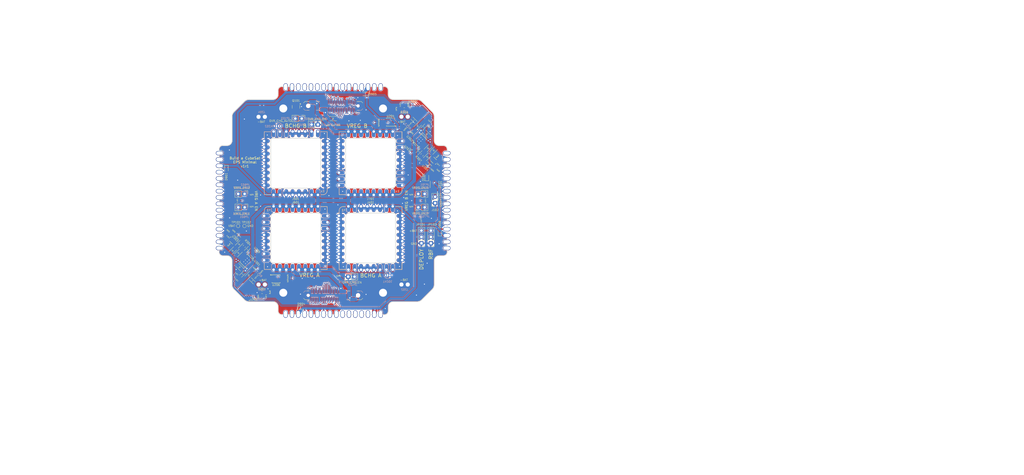
<source format=kicad_pcb>
(kicad_pcb (version 20240108) (generator "pcbnew") (generator_version "8.0")
  (title_block (title "bac EPS Minimal v1") (date "2025-02-25") (rev "1") (company "Build a CubeSat") (comment 1 "Manuel Imboden") (comment 2 "CC BY-SA 4.0") (comment 3 "https://buildacubesat.space"))
  (layers (0 "F.Cu" mixed "F.Cu MIX") (1 "In1.Cu" power "In1.Cu GND") (2 "In2.Cu" power "In2.Cu PWR") (31 "B.Cu" mixed "B.Cu MIX") (34 "B.Paste" user) (35 "F.Paste" user) (36 "B.SilkS" user "B.Silkscreen") (37 "F.SilkS" user "F.Silkscreen") (38 "B.Mask" user) (39 "F.Mask" user) (44 "Edge.Cuts" user))
  (net 0 "")
  (net 1 "GND")
  (net 2 "/VBAT")
  (net 3 "+12V")
  (net 4 "/Battery Charger Module A/EN")
  (net 5 "/BAT_NTC_A")
  (net 6 "/BAT_NTC_B")
  (net 7 "/Voltage Regulator Module A/GPIO_1")
  (net 8 "/+5V_MAIN_A")
  (net 9 "/+3V3_MAIN_A")
  (net 10 "/Voltage Regulator Module A/GPIO_2")
  (net 11 "/+3V3_MAIN_B")
  (net 12 "/Voltage Regulator Module B/GPIO_1")
  (net 13 "/Voltage Regulator Module B/GPIO_2")
  (net 14 "/+5V_MAIN_B")
  (net 15 "/Panel Connectors/EN_PANEL_Xm_B")
  (net 16 "/Panel Connectors/PANEL_Xm_SDA_B")
  (net 17 "/Panel Connectors/PANEL_Xm_SCL_B")
  (net 18 "/Panel Connectors/PANEL_Yp_SDA_B")
  (net 19 "/Panel Connectors/PANEL_Yp_SCL_B")
  (net 20 "/Panel Connectors/EN_PANEL_Yp_B")
  (net 21 "/Panel Connectors/PANEL_Ym_SDA_B")
  (net 22 "/Panel Connectors/EN_PANEL_Ym_B")
  (net 23 "/Panel Connectors/PANEL_Ym_SCL_B")
  (net 24 "/Panel Connectors/PANEL_Xp_SCL_B")
  (net 25 "/Panel Connectors/EN_PANEL_Xp_B")
  (net 26 "/Panel Connectors/PANEL_Xp_SDA_B")
  (net 27 "Net-(JP101-B)")
  (net 28 "+3V3")
  (net 29 "/Battery Charger Module A/~{CHRG}")
  (net 30 "/Battery Charger Module A/~{FAULT}")
  (net 31 "/Battery Charger Module B/~{FAULT}")
  (net 32 "/Battery Charger Module B/~{CHRG}")
  (net 33 "/Voltage Regulator Module A/~{FAULT}")
  (net 34 "Net-(JP602-A)")
  (net 35 "Net-(JP601-A)")
  (net 36 "/Voltage Regulator Module A/SCL")
  (net 37 "/Voltage Regulator Module A/SDA")
  (net 38 "/VPV")
  (net 39 "Net-(JP701-A)")
  (net 40 "/Voltage Regulator Module B/SCL")
  (net 41 "Net-(JP702-A)")
  (net 42 "/Voltage Regulator Module B/~{FAULT}")
  (net 43 "/Voltage Regulator Module B/SDA")
  (net 44 "/bacBus Connectors/30A")
  (net 45 "/bacBus Connectors/31A")
  (net 46 "/bacBus Connectors/12A")
  (net 47 "/bacBus Connectors/23A")
  (net 48 "/bacBus Connectors/37A")
  (net 49 "/bacBus Connectors/21A")
  (net 50 "/bacBus Connectors/19A")
  (net 51 "/bacBus Connectors/29A")
  (net 52 "/bacBus Connectors/26A")
  (net 53 "/bacBus Connectors/35A")
  (net 54 "/DEPLOY_2{slash}RBF")
  (net 55 "/DEPLOY_1")
  (net 56 "/bacBus Connectors/10A")
  (net 57 "/bacBus Connectors/9A")
  (net 58 "/bacBus Connectors/45A")
  (net 59 "/bacBus Connectors/24A")
  (net 60 "/bacBus Connectors/5A")
  (net 61 "/bacBus Connectors/11A")
  (net 62 "/bacBus Connectors/32A")
  (net 63 "/bacBus Connectors/28A")
  (net 64 "/bacBus Connectors/7A")
  (net 65 "/bacBus Connectors/22A")
  (net 66 "/bacBus Connectors/27A")
  (net 67 "/bacBus Connectors/3A")
  (net 68 "/bacBus Connectors/39A")
  (net 69 "/bacBus Connectors/13A")
  (net 70 "/bacBus Connectors/33A")
  (net 71 "/bacBus Connectors/25A")
  (net 72 "/bacBus Connectors/37B")
  (net 73 "/bacBus Connectors/10B")
  (net 74 "/bacBus Connectors/31B")
  (net 75 "/bacBus Connectors/27B")
  (net 76 "/bacBus Connectors/30B")
  (net 77 "/bacBus Connectors/13B")
  (net 78 "/bacBus Connectors/28B")
  (net 79 "/bacBus Connectors/29B")
  (net 80 "/bacBus Connectors/12B")
  (net 81 "/bacBus Connectors/11B")
  (net 82 "/bacBus Connectors/26B")
  (net 83 "/bacBus Connectors/35B")
  (net 84 "/bacBus Connectors/5B")
  (net 85 "/bacBus Connectors/32B")
  (net 86 "/bacBus Connectors/33B")
  (net 87 "/bacBus Connectors/7B")
  (net 88 "/bacBus Connectors/3B")
  (net 89 "/bacBus Connectors/24B")
  (net 90 "/bacBus Connectors/22B")
  (net 91 "/bacBus Connectors/25B")
  (net 92 "/bacBus Connectors/23B")
  (net 93 "/bacBus Connectors/9B")
  (net 94 "/bacBus Connectors/39B")
  (net 95 "/bacBus Connectors/45B")
  (net 96 "/bacBus Connectors/21B")
  (net 97 "/bacBus Connectors/19B")
  (net 99 "/Panel Connectors/EN_PANEL_Xm_A")
  (net 102 "/Panel Connectors/EN_PANEL_Xp_A")
  (net 104 "/Voltage Regulator Module A/EN_1")
  (net 105 "Net-(U303-CTS)")
  (net 106 "/Voltage Regulator Module B/EN_1")
  (net 107 "Net-(U303-CTR)")
  (net 108 "/BCHG_A_FAULT")
  (net 109 "Net-(U201-LATCH)")
  (net 110 "Net-(U201-SEL1)")
  (net 111 "Net-(U201-DIA_EN)")
  (net 112 "Net-(U201-ILIM)")
  (net 113 "Net-(U202-LATCH)")
  (net 114 "Net-(U202-SEL1)")
  (net 115 "Net-(U202-DIA_EN)")
  (net 116 "Net-(U202-ILIM)")
  (net 125 "Net-(Q101-G)")
  (net 129 "Net-(U302-SET)")
  (net 130 "/bacBus Connectors/38A")
  (net 131 "/bacBus Connectors/36A")
  (net 132 "/BACBUS_A_CAN_1_P")
  (net 133 "/BACBUS_A_CAN_1_N")
  (net 134 "/bacBus Connectors/38B")
  (net 135 "/bacBus Connectors/36B")
  (net 136 "/Panel Connectors/PANEL_Xm_SCL_A")
  (net 137 "/Panel Connectors/PANEL_Xm_SDA_A")
  (net 138 "/Panel Connectors/EN_PANEL_Ym_A")
  (net 139 "/Panel Connectors/PANEL_Ym_SDA_A")
  (net 140 "/Panel Connectors/PANEL_Ym_SCL_A")
  (net 141 "/Panel Connectors/PANEL_Xp_SDA_A")
  (net 142 "/Panel Connectors/PANEL_Xp_SCL_A")
  (net 143 "/Panel Connectors/EN_PANEL_Yp_A")
  (net 144 "/Panel Connectors/PANEL_Yp_SCL_A")
  (net 145 "/Panel Connectors/PANEL_Yp_SDA_A")
  (net 146 "+BAT")
  (net 147 "Net-(U301-SET)")
  (net 148 "/Battery Charger Module B/EN")
  (net 149 "Net-(U304-CTS)")
  (net 150 "Net-(U304-CTR)")
  (net 151 "/LDOs/UV_SNS_1")
  (net 152 "Net-(R306-Pad1)")
  (net 153 "Net-(R311-Pad1)")
  (net 154 "/LDOs/UV_SNS_2")
  (net 158 "/Panel Connectors/VPV_Xm_A")
  (net 159 "/Panel Connectors/VPV_Ym_A")
  (net 160 "/Panel Connectors/VPV_Xp_A")
  (net 161 "/Panel Connectors/VPV_Yp_A")
  (net 162 "/BACBUS_A_I2C_1_SCL")
  (net 163 "/BACBUS_A_I2C_1_SDA")
  (net 164 "/BACBUS_B_CAN_1_P")
  (net 165 "/BACBUS_B_CAN_1_N")
  (net 166 "/BACBUS_B_I2C_1_SCL")
  (net 167 "/BACBUS_B_I2C_1_SDA")
  (net 168 "/Battery Pack/VSNS_1")
  (net 169 "/Battery Pack/VSNS_2")
  (net 170 "Net-(R213-Pad2)")
  (net 171 "Net-(U204-AIN0)")
  (net 172 "Net-(R216-Pad1)")
  (net 173 "Net-(U206-AIN0)")
  (net 175 "Net-(U203-V_{OUT})")
  (net 177 "Net-(U205-V_{OUT})")
  (footprint "bac EPS v1:bac-CombinedJumper-2_P2.54mm_Open_THT" (layer "F.Cu") (at 143.875 69.5 -90)
    (property "Reference" "JP503" (hide yes))
    (property "Value" "OVR_CHG_EN" (hide yes))
  )
  (footprint "bac EPS v1:bac-C-0603-1u" (layer "F.Cu") (at 182.416637 67.783362 135)
    (property "Reference" "C202" (hide yes))
    (property "Value" "1u")
  )
  (footprint "Diode_SMD:D_0603_1608Metric" (layer "F.Cu") (at 162.7 57.2 180)
    (property "Reference" "D905")
    (property "Value" "TI ESD751")
  )
  (footprint "bac EPS v1:bac-R-0603-100k" (layer "F.Cu") (at 152.1 130.2 -90)
    (property "Reference" "R104" (hide yes))
    (property "Value" "100k")
  )
  (footprint "bac EPS v1:bac-R-0603-100k" (layer "F.Cu") (at 121.3 128.5 -45)
    (property "Reference" "R218" (hide yes))
    (property "Value" "100k")
  )
  (footprint "bac EPS v1:bac-R-0603-10k" (layer "F.Cu") (at 188.716637 70.683363 -135)
    (property "Reference" "R207" (hide yes))
    (property "Value" "10k")
  )
  (footprint "bac EPS v1:ADI-LT3045HMSE" (layer "F.Cu") (at 115.199062 124.166829 135)
    (property "Reference" "U301")
    (property "Value" "ADI LT3045HMSE")
  )
  (footprint "bac EPS v1:bac-C-0603-1u" (layer "F.Cu") (at 113.65 129.5 45)
    (property "Reference" "C203" (hide yes))
    (property "Value" "1u")
  )
  (footprint "bac EPS v1:bac-R-0603-1k" (layer "F.Cu") (at 175.366637 63.233363 180)
    (property "Reference" "R210" (hide yes))
    (property "Value" "3.3k")
  )
  (footprint "bac EPS v1:bac-R-0603-10k" (layer "F.Cu") (at 187.035 99.999999)
    (property "Reference" "R107" (hide yes))
    (property "Value" "10k")
  )
  (footprint "bac EPS v1:bac-R-0603-100k" (layer "F.Cu") (at 168.3 69.6)
    (property "Reference" "R221" (hide yes))
    (property "Value" "100k")
  )
  (footprint "bac EPS v1:bac-R-0603-100k" (layer "F.Cu") (at 180.066637 61.483363)
    (property "Reference" "R212" (hide yes))
    (property "Value" "100k")
  )
  (footprint "bac EPS v1:bac-R-0603-100k" (layer "F.Cu") (at 152.1 69.8 90)
    (property "Reference" "R112" (hide yes))
    (property "Value" "100k")
  )
  (footprint "bac EPS v1:bac-R-0603-1k" (layer "F.Cu") (at 191.816636 82.283363 -45)
    (property "Reference" "R312" (hide yes))
    (property "Value" "1k")
  )
  (footprint "bac EPS v1:bac-R-0603-10k" (layer "F.Cu") (at 119.037258 130.762742 -45)
    (property "Reference" "R216" (hide yes))
    (property "Value" "10k")
  )
  (footprint "bac EPS v1:bac-R-0603-10k" (layer "F.Cu") (at 192.116637 85.483362 -135)
    (property "Reference" "R311" (hide yes))
    (property "Value" "10k")
  )
  (footprint "bac EPS v1:bac-C-0603-1u" (layer "F.Cu") (at 111.7 114.3 -45)
    (property "Reference" "C307" (hide yes))
    (property "Value" "1u")
  )
  (footprint "bac EPS v1:bac-C-0603-1u" (layer "F.Cu") (at 115.6 119.6 -135)
    (property "Reference" "C308" (hide yes))
    (property "Value" "1u")
  )
  (footprint "bac EPS v1:bac-R-0603-100k" (layer "F.Cu") (at 107.9 112.1 -135)
    (property "Reference" "R303" (hide yes))
    (property "Value" "100k")
  )
  (footprint "bac EPS v1:bac-R-0603-10k" (layer "F.Cu") (at 111.6 100 180)
    (property "Reference" "R106" (hide yes))
    (property "Value" "10k")
  )
  (footprint "Fuse:Fuse_1812_4532Metric" (layer "F.Cu") (at 190.6 93.5 -90)
    (property "Reference" "F101")
    (property "Value" "1812L300/24SLER")
  )
  (footprint "bac EPS v1:bac-R-0603-10k" (layer "F.Cu") (at 181.062742 69.137258 135)
    (property "Reference" "R214" (hide yes))
    (property "Value" "10k")
  )
  (footprint "Resistor_SMD:R_0603_1608Metric" (layer "F.Cu") (at 179.931371 70.268629 -45)
    (property "Reference" "R213")
    (property "Value" "16k")
  )
  (footprint "bac EPS v1:bac-R-0603-1k" (layer "F.Cu") (at 108.2 117.7 135)
    (property "Reference" "R308" (hide yes))
    (property "Value" "1k")
  )
  (footprint "TestPoint:TestPoint_Pad_D1.0mm" (layer "F.Cu") (at 111.9 110.16)
    (property "Reference" "TP101")
    (property "Value" "TestPoint")
  )
  (footprint "Connector_PinHeader_2.54mm:PinHeader_1x03_P2.54mm_Vertical" (layer "F.Cu") (at 189.2 117.1 180)
    (property "Reference" "JP102")
    (property "Value" "Jumper_3_Open")
  )
  (footprint "bac EPS v1:bac-C-0603-1u" (layer "F.Cu") (at 184.416636 80.383362 45)
    (property "Reference" "C309" (hide yes))
    (property "Value" "1u")
  )
  (footprint "Diode_SMD:D_0603_1608Metric" (layer "F.Cu") (at 187.6 90.6 90)
    (property "Reference" "D101")
    (property "Value" "TI ESD751")
  )
  (footprint "Diode_SMD:D_0603_1608Metric" (layer "F.Cu") (at 137.2 142.9)
    (property "Reference" "D904")
    (property "Value" "TI ESD751")
  )
  (footprint "bac EPS v1:bac-C-0805-10u" (layer "F.Cu") (at 183.866637 70.083364 -135)
    (property "Reference" "C304" (hide yes))
    (property "Value" "10u")
  )
  (footprint "bac EPS v1:bac-R-0603-10k" (layer "F.Cu") (at 123.1 138.4)
    (property "Reference" "R201" (hide yes))
    (property "Value" "10k")
  )
  (footprint "bac EPS v1:bac-R-0603-1k" (layer "F.Cu") (at 124.65 136.75)
    (property "Reference" "R205" (hide yes))
    (property "Value" "3.3k")
  )
  (footprint "bac EPS v1:bac-R-0603-10k" (layer "F.Cu") (at 111.3 131.8 45)
    (property "Reference" "R203" (hide yes))
    (property "Value" "10k")
  )
  (footprint "bac EPS v1:bac-R-0603-100k" (layer "F.Cu") (at 131.8 132 180)
    (property "Reference" "R220" (hide yes))
    (property "Value" "100k")
  )
  (footprint "bac EPS v1:bac-CombinedJumper-2_P2.54mm_Open_THT" (layer "F.Cu") (at 114.5 102.7 -90)
    (property "Reference" "JP601" (hide yes))
    (property "Value" "VREG_EN_1")
  )
  (footprint "bac EPS v1:bac-Mill-Max-0630-0-15-15-30-27-10-0-SE-1x16-P2.54" (layer "F.Cu") (at 195.55 100 -90)
    (property "Reference" "J903" (hide yes))
    (property "Value" "Panel Connector 1x16")
  )
  (footprint "bac EPS v1:bac-C-0805-10u" (layer "F.Cu") (at 112.278327 117.524202 45)
    (property "Reference" "C311" (hide yes))
    (property "Value" "10u")
  )
  (footprint "bac EPS v1:bac-R-0603-100k" (layer "F.Cu") (at 181.516637 72.783362 45)
    (property "Reference" "R302" (hide yes))
    (property "Value" "100k")
  )
  (footprint "bac EPS v1:bac-R-0603-10k" (layer "F.Cu") (at 111.3 129.3 45)
    (property "Reference" "R202" (hide yes))
    (property "Value" "10k")
  )
  (footprint "bac EPS v1:ADI-LT3045HMSE" (layer "F.Cu") (at 184.817575 75.816534 -45)
    (property "Reference" "U302")
    (property "Value" "ADI LT3045HMSE")
  )
  (footprint "bac EPS v1:TI-TPS3842" (layer "F.Cu") (at 109.8 116.2 -45)
    (property "Reference" "U303")
    (property "Value" "TPS3842A650DRLRQ1")
  )
  (footprint "Package_SO:TSSOP-10_3x3mm_P0.5mm" (layer "F.Cu") (at 173 68.5 180)
    (property "Reference" "U204")
    (property "Value" "ADS1115IDGS")
  )
  (footprint "bac EPS v1:bac-logo-copper-10mm" (layer "F.Cu") (at 114.4 76.8)
    (property "Reference" "G***" (hide yes))
    (property "Value" "LOGO" (hide yes))
  )
  (footprint "bac EPS v1:bac-C-0805-10u" (layer "F.Cu") (at 109.7 120.1 -135)
    (property "Reference" "C310" (hide yes))
    (property "Value" "10u")
  )
  (footprint "bac EPS v1:bac-CombinedJumper-2_P2.54mm_Open_THT" (layer "F.Cu") (at 184.16 102.7 90)
    (property "Reference" "JP702" (hide yes))
    (property "Value" "VREG_EN_2")
  )
  (footprint "Resistor_SMD:R_0603_1608Metric" (layer "F.Cu") (at 178.516636 63.233363 180)
    (property "Reference" "R209")
    (property "Value" "16k")
  )
  (footprint "Fiducial:Fiducial_1mm_Mask2mm" (layer "F.Cu") (at 121.4 61.8)
    (property "Reference" "FID101" (hide yes))
    (property "Value" "Fiducial")
  )
  (footprint "bac EPS v1:bac-C-0805-10u" (layer "F.Cu") (at 187.516636 73.283363 135)
    (property "Reference" "C306" (hide yes))
    (property "Value" "10u")
  )
  (footprint "bac EPS v1:bac-M.2-Key-M-bacBus-Connector-ReflowSolder" (layer "F.Cu") (at 150 137.9875 180)
    (property "Reference" "J801" (hide yes))
    (property "Value" "AMP MDT350M01001VT")
  )
  (footprint "bac EPS v1:bac-CombinedJumper-2_P2.54mm_Open_THT" (layer "F.Cu") (at 137.375 67.1 -90)
    (property "Reference" "JP103" (hide yes))
    (property "Value" "OVR_CHG_AUTO")
  )
  (footprint "bac EPS v1:TI-TPS3842" (layer "F.Cu") (at 190.216637 83.783363 135)
    (property "Reference" "U304")
    (property "Value" "TPS3842A650DRLRQ1")
  )
  (footprint "bac EPS v1:bac-Mill-Max-0630-0-15-15-30-27-10-0-SE-1x16-P2.54" (layer "F.Cu") (at 104.45 100 90)
    (property "Reference" "J901" (hide yes))
    (property "Value" "Panel Connector 1x16")
  )
  (footprint "Package_TO_SOT_SMD:SOT-353_SC-70-5" (layer "F.Cu") (at 118.1 121.4 135)
    (property "Reference" "U205")
    (property "Value" "TMP235A2DCKR")
  )
  (footprint "Connector_PinSocket_2.54mm:PinSocket_1x02_P2.54mm_Vertical" (layer "F.Cu") (at 190.9 101 180)
    (property "Reference" "J102")
    (property "Value" "Conn_01x02")
  )
  (footprint "bac EPS v1:bac-C-0603-1u" (layer "F.Cu") (at 117.6 132.2 -45)
    (property "Reference" "C201" (hide yes))
    (property "Value" "1u")
  )
  (footprint "MountingHole:MountingHole_3.2mm_M3_ISO14580_Pad_TopOnly" (layer "F.Cu") (at 170 136.95)
    (property "Reference" "H102" (hide yes))
    (property "Value" "M3")
  )
  (footprint "Connector_PinHeader_2.54mm:PinHeader_1x03_P2.54mm_Vertical" (layer "F.Cu") (at 185.4 117.1 180)
    (property "Reference" "JP101")
    (property "Value" "Jumper_3_Open")
  )
  (footprint "TestPoint:TestPoint_Pad_D1.0mm" (layer "F.Cu") (at 114.44 110.16)
    (property "Reference" "TP102")
    (property "Value" "TestPoint")
  )
  (footprint "Resistor_SMD:R_0603_1608Metric" (layer "F.Cu") (at 121.5 136.75)
    (property "Reference" "R204")
    (property "Value" "16k")
  )
  (footprint "bac EPS v1:TI-TPS1HB08AQPWPRQ1" (layer "F.Cu") (at 114.840722 135.308058 135)
    (property "Reference" "U201")
    (property "Value" "TI TPS1HB08AQPWPRQ1")
  )
  (footprint "bac EPS v1:bac-R-0603-100k" (layer "F.Cu") (at 168.3 67.9)
    (property "Reference" "R222" (hide yes))
    (property "Value" "100k")
  )
  (footprint "Diode_SMD:D_0603_1608Metric" (layer "F.Cu") (at 107.2 87.3 -90)
    (property "Reference" "D901")
    (property "Value" "TI ESD751")
  )
  (footprint "Package_TO_SOT_SMD:SOT-23" (layer "F.Cu") (at 135.1 62.4 -90)
    (property "Reference" "Q101")
    (property "Value" "DMN62D0U-7")
  )
  (footprint "bac EPS v1:TI-TPS1HB08AQPWPRQ1" (layer "F.Cu") (at 185.175914 64.675306 -45)
    (property "Reference" "U202")
    (property "Value" "TI TPS1HB08AQPWPRQ1")
  )
  (footprint "bac EPS v1:bac-eps-v1-module-landing-pad" (layer "F.Cu") (at 135 115)
    (property "Reference" "J601")
    (property "Value" "~")
    (fp_line (start -10 9.25) (end -10 -8.5) (stroke (width 0.2)) (layer "Edge.Cuts"))
    (fp_line (start -8.5 -10) (end 9.25 -10) (stroke (width 0.2)) (layer "Edge.Cuts"))
    (fp_line (start 9.25 10) (end -9.25 10) (stroke (width 0.2)) (layer "Edge.Cuts"))
    (fp_line (start 10 -9.25) (end 10 9.25) (stroke (width 0.2)) (layer "Edge.Cuts"))
    (fp_arc (start -10 -8.5) (mid -9.56066 -9.56066) (end -8.5 -10) (stroke (width 0.2)) (layer "Edge.Cuts"))
    (fp_arc (start -9.25 10) (mid -9.78033 9.78033) (end -10 9.25) (stroke (width 0.2)) (layer "Edge.Cuts"))
    (fp_arc (start 9.25 -10) (mid 9.78033 -9.78033) (end 10 -9.25) (stroke (width 0.2)) (layer "Edge.Cuts"))
    (fp_arc (start 10 9.25) (mid 9.78033 9.78033) (end 9.25 10) (stroke (width 0.2)) (layer "Edge.Cuts"))
  )
  (footprint "bac EPS v1:bac-C-0805-10u" (layer "F.Cu") (at 190.316637 79.883364 45)
    (property "Reference" "C313" (hide yes))
    (property "Value" "10u")
  )
  (footprint "bac EPS v1:bac-C-0805-10u" (layer "F.Cu") (at 150 67.1)
    (property "Reference" "C101" (hide yes))
    (property "Value" "10u")
  )
  (footprint "Package_SO:TSSOP-10_3x3mm_P0.5mm" (layer "F.Cu") (at 127.1 131.4)
    (property "Reference" "U206")
    (property "Value" "ADS1115IDGS")
  )
  (footprint "Fiducial:Fiducial_1mm_Mask2mm" (layer "F.Cu") (at 135.4 139.2)
    (property "Reference" "FID102" (hide yes))
    (property "Value" "Fiducial")
  )
  (footprint "bac EPS v1:bac-R-0603-100k" (layer "F.Cu") (at 178.8 71.4 135)
    (property "Reference" "R215" (hide yes))
    (property "Value" "100k")
  )
  (footprint "bac EPS v1:bac-C-0805-10u" (layer "F.Cu") (at 116.15 129.9 45)
    (property "Reference" "C301" (hide yes))
    (property "Value" "10u")
  )
  (footprint "bac EPS v1:bac-CombinedJumper-2_P2.54mm_Open_THT" (layer "F.Cu") (at 184.134999 97.3 90)
    (property "Reference" "JP701" (hide yes))
    (property "Value" "VREG_EN_1")
  )
  (footprint "bac EPS v1:bac-M.2-Key-M-bacBus-Connector-ReflowSolder" (layer "F.Cu") (at 150 62)
    (property "Reference" "J803" (hide yes))
    (property "Value" "BMP MDT350M01001VT")
  )
  (footprint "bac EPS v1:bac-R-0603-10k" (layer "F.Cu") (at 176.916637 61.583362 180)
    (property "Reference" "R206" (hide yes))
    (property "Value" "10k")
  )
  (footprint "bac EPS v1:bac-CombinedJumper-2_P2.54mm_Open_THT" (layer "F.Cu") (at 114.475 97.3 -90)
    (property "Reference" "JP602" (hide yes))
    (property "Value" "VREG_EN_2")
  )
  (footprint "bac EPS v1:bac-R-0603-100k" (layer "F.Cu") (at 118.5 127.2 -135)
    (property "Reference" "R301" (hide yes))
    (property "Value" "100k")
  )
  (footprint "Resistor_SMD:R_0603_1608Metric" (layer "F.Cu") (at 120.168629 129.631371 135)
    (property "Reference" "R217")
    (property "Value" "16k")
  )
  (footprint "bac EPS v1:bac-R-0603-10k" (layer "F.Cu") (at 185.3 107.8)
    (property "Reference" "R103" (hide yes))
    (property "Value" "10k")
  )
  (footprint "bac EPS v1:bac-C-0603-1u" (layer "F.Cu") (at 188.316637 85.683362 135)
    (property "Reference" "C312" (hide yes))
    (property "Value" "1u")
  )
  (footprint "bac EPS v1:bac-C-0603-1u" (layer "F.Cu") (at 186.366636 70.483363 -135)
    (property "Reference" "C204" (hide yes))
    (property "Value" "1u")
  )
  (footprint "bac EPS v1:bac-R-0603-10k" (layer "F.Cu") (at 107.9 114.5 45)
    (property "Reference" "R306" (hide yes))
    (property "Value" "10k")
  )
  (footprint "bac EPS v1:bac-C-0805-10u" (layer "F.Cu") (at 112.5 126.7 -45)
    (property "Reference" "C303" (hide yes))
    (property "Value" "10u")
  )
  (footprint "bac EPS v1:bac-eps-v1-module-landing-pad" (layer "F.Cu") (at 165 115)
    (property "Reference" "J401")
    (property "Value" "~")
    (fp_line (start -10 9.25) (end -10 -8.5) (stroke (width 0.2)) (layer "Edge.Cuts"))
    (fp_line (start -8.5 -10) (end 9.25 -10) (stroke (width 0.2)) (layer "Edge.Cuts"))
    (fp_line (start 9.25 10) (end -9.25 10) (stroke (width 0.2)) (layer "Edge.Cuts"))
    (fp_line (start 10 -9.25) (end 10 9.25) (stroke (width 0.2)) (layer "Edge.Cuts"))
    (fp_arc (start -10 -8.5) (mid -9.56066 -9.56066) (end -8.5 -10) (stroke (width 0.2)) (layer "Edge.Cuts"))
    (fp_arc (start -9.25 10) (mid -9.78033 9.78033) (end -10 9.25) (stroke (width 0.2)) (layer "Edge.Cuts"))
    (fp_arc (start 9.25 -10) (mid 9.78033 -9.78033) (end 10 -9.25) (stroke (width 0.2)) (layer "Edge.Cuts"))
    (fp_arc (start 10 9.25) (mid 9.78033 9.78033) (end 9.25 10) (stroke (width 0.2)) (layer "Edge.Cuts"))
  )
  (footprint "bac EPS v1:bac-Mill-Max-0630-0-15-15-30-27-10-0-SE-1x16-P2.54" (layer "F.Cu") (at 149.99 145.5 180)
    (property "Reference" "J902" (hide yes))
    (property "Value" "Panel Connector 1x16")
  )
  (footprint "bac EPS v1:bac-C-0805-10u" (layer "F.Cu") (at 187.73831 82.459161 -135)
    (property "Reference" "C314" (hide yes))
    (property "Value" "10u")
  )
  (footprint "bac EPS v1:bac-R-0603-10k" (layer "F.Cu") (at 188.716637 68.183363 -135)
    (property "Reference" "R208" (hide yes))
    (property "Value" "10k")
  )
  (footprint "Resistor_SMD:R_0603_1608Metric" (layer "F.Cu") (at 114.362563 118.334279 45)
    (property "Reference" "R304")
    (property "Value" "33.2k")
  )
  (footprint "bac EPS v1:bac-R-0603-100k" (layer "F.Cu") (at 117.3 97.6 90)
    (property "Reference" "R602" (hide yes))
    (property "Value" "100k")
  )
  (footprint "Fiducial:Fiducial_1mm_Mask2mm" (layer "F.Cu") (at 187.9 130.8)
    (property "Reference" "FID103" (hide yes))
    (property "Value" "Fiducial")
  )
  (footprint "bac EPS v1:bac-R-0603-100k" (layer "F.Cu") (at 192.116636 87.883363 45)
    (property "Reference" "R309" (hide yes))
    (property "Value" "100k")
  )
  (footprint "bac EPS v1:bac-R-0603-100k" (layer "F.Cu") (at 181.335 102.400001 -90)
    (property "Reference" "R702" (hide yes))
    (property "Value" "100k")
  )
  (footprint "MountingHole:MountingHole_3.2mm_M3_ISO14580_Pad_TopOnly" (layer "F.Cu") (at 170 63.05)
    (property "Reference" "H104" (hide yes))
    (property "Value" "M3")
  )
  (footprint "bac EPS v1:bac-R-0603-100k" (layer "F.Cu") (at 147.8 69.8 90)
    (property "Reference" "R102" (hide yes))
    (property "Value" "100k")
  )
  (footprint "Diode_SMD:D_0603_1608Metric" (layer "F.Cu") (at 192.8 112.7 90)
    (property "Reference" "D908")
    (property "Value" "TI ESD751")
  )
  (footprint "bac EPS v1:bac-C-0805-10u" (layer "F.Cu") (at 188.016637 78.983362 -135)
    (property "Reference" "C305" (hide yes))
    (property "Value" "10u")
  )
  (footprint "bac EPS v1:bac-eps-v1-module-landing-pad" (layer "F.Cu") (at 135 85 180)
    (property "Reference" "J501")
    (property "Value" "~")
    (fp_line (start 10 -9.25) (end 10 9.25) (stroke (width 0.2)) (layer "Edge.Cuts"))
    (fp_line (start 9.25 10) (end -9.25 10) (stroke (width 0.2)) (layer "Edge.Cuts"))
    (fp_line (start -8.5 -10) (end 9.25 -10) (stroke (width 0.2)) (layer "Edge.Cuts"))
    (fp_line (start -10 9.25) (end -10 -8.5) (stroke (width 0.2)) (layer "Edge.Cuts"))
    (fp_arc (start 10 9.25) (mid 9.78033 9.78033) (end 9.25 10) (stroke (width 0.2)) (layer "Edge.Cuts"))
    (fp_arc (start 9.25 -10) (mid 9.78033 -9.78033) (end 10 -9.25) (stroke (width 0.2)) (layer "Edge.Cuts"))
    (fp_arc (start -9.25 10) (mid -9.78033 9.78033) (end -10 9.25) (stroke (width 0.2)) (layer "Edge.Cuts"))
    (fp_arc (start -10 -8.5) (mid -9.56066 -9.56066) (end -8.5 -10) (stroke (width 0.2)) (layer "Edge.Cuts"))
  )
  (footprint "bac EPS v1:bac-R-0603-10k" (layer "F.Cu") (at 150 69.8 90)
    (property "Reference" "R105" (hide yes))
    (property "Value" "10k")
  )
  (footprint "bac EPS v1:bac-R-0603-100k" (layer "F.Cu") (at 189.816637 87.783364 -135)
    (property "Reference" "R310" (hide yes))
    (property "Value" "100k")
  )
  (footprint "bac EPS v1:bac-R-0603-100k" (layer "F.Cu") (at 131.8 130.3 180)
    (property "Reference" "R219" (hide yes))
    (property "Value" "100k")
  )
  (footprint "bac EPS v1:bac-eps-v1-module-landing-pad" (layer "F.Cu") (at 165 85 180)
    (property "Reference" "J701")
    (property "Value" "~")
    (fp_line (start 10 -9.25) (end 10 9.25) (stroke (width 0.2)) (layer "Edge.Cuts"))
    (fp_line (start 9.25 10) (end -9.25 10) (stroke (width 0.2)) (layer "Edge.Cuts"))
    (fp_line (start -8.5 -10) (end 9.25 -10) (stroke (width 0.2)) (layer "Edge.Cuts"))
    (fp_line (start -10 9.25) (end -10 -8.5) (stroke (width 0.2)) (layer "Edge.Cuts"))
    (fp_arc (start 10 9.25) (mid 9.78033 9.78033) (end 9.25 10) (stroke (width 0.2)) (layer "Edge.Cuts"))
    (fp_arc (start 9.25 -10) (mid 9.78033 -9.78033) (end 10 -9.25) (stroke (width 0.2)) (layer "Edge.Cuts"))
    (fp_arc (start -9.25 10) (mid -9.78033 9.78033) (end -10 9.25) (stroke (width 0.2)) (layer "Edge.Cuts"))
    (fp_arc (start -10 -8.5) (mid -9.56066 -9.56066) (end -8.5 -10) (stroke (width 0.2)) (layer "Edge.Cuts"))
  )
  (footprint "MountingHole:MountingHole_3.2mm_M3_ISO14580_Pad_TopOnly" (layer "F.Cu") (at 130 63.05)
    (property "Reference" "H103" (hide yes))
    (property "Value" "M3")
  )
  (footprint "Package_TO_SOT_SMD:SOT-353_SC-70-5" (layer "F.Cu") (at 182 78.5 -45)
    (property "Reference" "U203")
    (property "Value" "TMP235A2DCKR")
  )
  (footprint "bac EPS v1:bac-R-0603-100k" (layer "F.Cu") (at 117.3 102.4 -90)
    (property "Reference" "R601" (hide yes))
    (property "Value" "100k")
  )
  (footprint "bac EPS v1:bac-R-0603-100k" (layer "F.Cu") (at 181.334999 97.6 90)
    (property "Reference" "R701" (hide yes))
    (property "Value" "100k")
  )
  (footprint "bac EPS v1:bac-R-0603-100k" (layer "F.Cu") (at 110.2 112.2 45)
    (property "Reference" "R305" (hide yes))
    (property "Value" "100k")
  )
  (footprint "bac EPS v1:bac-C-0805-10u" (layer "F.Cu") (at 112 121 45)
    (property "Reference" "C302" (hide yes))
    (property "Value" "10u")
  )
  (footprint "Resistor_SMD:R_0603_1608Metric" (layer "F.Cu") (at 185.654073 81.649084 -135)
    (property "Reference" "R307")
    (property "Value" "33.2k")
  )
  (footprint "bac EPS v1:bac-Mill-Max-0630-0-15-15-30-27-10-0-SE-1x16-P2.54" (layer "F.Cu") (at 150 54.45)
    (property "Reference" "J904" (hide yes))
    (property "Value" "Panel Connector 1x16")
  )
  (footprint "bac EPS v1:bac-CombinedJumper-2_P2.54mm_Open_THT" (layer "F.Cu") (at 156.025 130.5 90)
    (property "Reference" "JP403" (hide yes))
    (property "Value" "OVR_CHG_EN")
  )
  (footprint "bac EPS v1:bac-R-0603-100k" (layer "F.Cu") (at 119.95 138.5 180)
    (property "Reference" "R211" (hide yes))
    (property "Value" "100k")
  )
  (footprint "MountingHole:MountingHole_3.2mm_M3_ISO14580_Pad_TopOnly" (layer "F.Cu") (at 130 136.95)
    (property "Reference" "H101" (hide yes))
    (property "Value" "M3")
  )
  (footprint "bac EPS v1:bac-M.2-Key-M-bacBus-Connector-DragSolder" (layer "B.Cu") (at 150 137.9875 180)
    (property "Reference" "J802" (hide yes))
    (property "Value" "AMP MDT350M01001VT")
  )
  (footprint "bac EPS v1:bac-M.2-Key-M-bacBus-Connector-DragSolder" (layer "B.Cu") (at 150 62)
    (property "Reference" "J804" (hide yes))
    (property "Value" "BMP MDT350M01001VT")
  )
  (footprint "bac EPS v1:bac-Mill-Max-0630-0-15-15-30-27-10-0-PN-1x02-P2.54" (layer "B.Cu") (at 178.65 66.35 180)
    (property "Reference" "J203")
    (property "Value" "Conn_01x02_Pin")
  )
  (footprint "bac EPS v1:Cantherm-MF52A1103F3380" (layer "B.Cu") (at 128.1 70.1 180)
    (property "Reference" "TH202")
    (property "Value" "NTC 10k")
  )
  (footprint "bac EPS v1:bac-Mill-Max-0630-0-15-15-30-27-10-0-PN-1x02-P2.54" (layer "B.Cu") (at 178.65 133.65 180)
    (property "Reference" "J202")
    (property "Value" "Conn_01x02_Pin")
  )
  (footprint "bac EPS v1:bac-Mill-Max-0630-0-15-15-30-27-10-0-PN-1x02-P2.54" (layer "B.Cu") (at 121.35 133.65 180)
    (property "Reference" "J201")
    (property "Value" "Conn_01x02_Pin")
  )
  (footprint "bac EPS v1:bac-Mill-Max-0630-0-15-15-30-27-10-0-PN-1x02-P2.54" (layer "B.Cu") (at 121.35 66.4 180)
    (property "Reference" "J204")
    (property "Value" "Conn_01x02_Pin")
  )
  (footprint "bac EPS v1:Cantherm-MF52A1103F3380" (layer "B.Cu") (at 171.9 129.9)
    (property "Reference" "TH201")
    (property "Value" "NTC 10k")
  )
  (gr_line (start 109.45 124.103032) (end 109.45 133.707359) (stroke (width 0.2)) (layer "Edge.Cuts"))
  (gr_line (start 107.450001 77.896967) (end 105.750001 77.896967) (stroke (width 0.2)) (layer "Edge.Cuts"))
  (gr_line (start 185.545908 139.788407) (end 189.788478 135.545837) (stroke (width 0.2)) (layer "Edge.Cuts"))
  (gr_line (start 190.55 75.896967) (end 190.55 66.2927) (stroke (width 0.2)) (layer "Edge.Cuts"))
  (gr_arc (start 172.103033 144.25002) (mid 171.663692 145.310671) (end 170.603033 145.75) (stroke (width 0.2)) (layer "Edge.Cuts"))
  (gr_line (start 104.25 119.95) (end 104.25 120.603032) (stroke (width 0.2)) (layer "Edge.Cuts"))
  (gr_line (start 189.788407 64.454092) (end 185.545837 60.211522) (stroke (width 0.2)) (layer "Edge.Cuts"))
  (gr_arc (start 185.545908 139.788407) (mid 184.702347 140.352045) (end 183.7073 140.549983) (stroke (width 0.2)) (layer "Edge.Cuts"))
  (gr_arc (start 194.25 77.896967) (mid 195.310636 78.336311) (end 195.75 79.396967) (stroke (width 0.2)) (layer "Edge.Cuts"))
  (gr_arc (start 107.450001 122.103033) (mid 108.864214 122.688819) (end 109.45 124.103032) (stroke (width 0.2)) (layer "Edge.Cuts"))
  (gr_line (start 195.75 80.05) (end 195.75 119.95) (stroke (width 0.2)) (layer "Edge.Cuts"))
  (gr_arc (start 129.396968 145.75) (mid 128.336307 145.31066) (end 127.896967 144.249999) (stroke (width 0.2)) (layer "Edge.Cuts"))
  (gr_arc (start 127.896967 55.750001) (mid 128.336307 54.68934) (end 129.396968 54.25) (stroke (width 0.2)) (layer "Edge.Cuts"))
  (gr_line (start 170.6029 54.25) (end 169.95 54.25) (stroke (width 0.2)) (layer "Edge.Cuts"))
  (gr_arc (start 127.896967 57.450001) (mid 127.311181 58.864214) (end 125.896968 59.45) (stroke (width 0.2)) (layer "Edge.Cuts"))
  (gr_line (start 130.05 54.25) (end 169.95 54.25) (stroke (width 0.2)) (layer "Edge.Cuts"))
  (gr_line (start 110.211523 135.545838) (end 114.454162 139.788477) (stroke (width 0.2)) (layer "Edge.Cuts"))
  (gr_line (start 130.05 54.25) (end 129.396968 54.25) (stroke (width 0.2)) (layer "Edge.Cuts"))
  (gr_line (start 172.103033 144.25002) (end 172.103033 142.55002) (stroke (width 0.2)) (layer "Edge.Cuts"))
  (gr_arc (start 109.45 66.292641) (mid 109.647913 65.297663) (end 110.211523 64.454162) (stroke (width 0.2)) (layer "Edge.Cuts"))
  (gr_arc (start 192.55 77.896967) (mid 191.135798 77.311179) (end 190.55 75.896967) (stroke (width 0.2)) (layer "Edge.Cuts"))
  (gr_line (start 114.454162 60.211523) (end 110.211523 64.454162) (stroke (width 0.2)) (layer "Edge.Cuts"))
  (gr_line (start 129.396968 145.75) (end 130.050001 145.75) (stroke (width 0.2)) (layer "Edge.Cuts"))
  (gr_arc (start 190.55 124.103) (mid 191.135793 122.688822) (end 192.55 122.103033) (stroke (width 0.2)) (layer "Edge.Cuts"))
  (gr_arc (start 114.454162 60.211523) (mid 115.297663 59.647913) (end 116.292641 59.45) (stroke (width 0.2)) (layer "Edge.Cuts"))
  (gr_arc (start 116.292641 140.55) (mid 115.297663 140.352087) (end 114.454162 139.788477) (stroke (width 0.2)) (layer "Edge.Cuts"))
  (gr_line (start 109.45 66.292641) (end 109.45 75.896968) (stroke (width 0.2)) (layer "Edge.Cuts"))
  (gr_line (start 195.75 120.6029) (end 195.75 119.95) (stroke (width 0.2)) (layer "Edge.Cuts"))
  (gr_line (start 192.55 122.103033) (end 194.264077 122.103033) (stroke (width 0.2)) (layer "Edge.Cuts"))
  (gr_arc (start 190.55 133.7074) (mid 190.35208 134.702352) (end 189.788478 135.545837) (stroke (width 0.2)) (layer "Edge.Cuts"))
  (gr_line (start 169.95 145.75) (end 130.050001 145.75) (stroke (width 0.2)) (layer "Edge.Cuts"))
  (gr_line (start 105.750001 122.103033) (end 107.450001 122.103033) (stroke (width 0.2)) (layer "Edge.Cuts"))
  (gr_arc (start 195.75 120.6029) (mid 195.315637 121.658642) (end 194.264077 122.103033) (stroke (width 0.2)) (layer "Edge.Cuts"))
  (gr_line (start 183.7074 59.45) (end 174.103 59.45) (stroke (width 0.2)) (layer "Edge.Cuts"))
  (gr_line (start 125.896968 59.45) (end 116.292641 59.45) (stroke (width 0.2)) (layer "Edge.Cuts"))
  (gr_arc (start 174.103 59.45) (mid 172.688822 58.864207) (end 172.103033 57.45) (stroke (width 0.2)) (layer "Edge.Cuts"))
  (gr_line (start 116.292641 140.55) (end 125.896968 140.55) (stroke (width 0.2)) (layer "Edge.Cuts"))
  (gr_line (start 174.108351 140.55) (end 183.7073 140.55) (stroke (width 0.2)) (layer "Edge.Cuts"))
  (gr_arc (start 109.45 75.896968) (mid 108.864214 77.311181) (end 107.450001 77.896967) (stroke (width 0.2)) (layer "Edge.Cuts"))
  (gr_line (start 104.25 119.95) (end 104.25 80.050001) (stroke (width 0.2)) (layer "Edge.Cuts"))
  (gr_arc (start 172.103033 142.55002) (mid 172.690702 141.133921) (end 174.108351 140.55) (stroke (width 0.2)) (layer "Edge.Cuts"))
  (gr_arc (start 104.25 79.396968) (mid 104.68934 78.336307) (end 105.750001 77.896967) (stroke (width 0.2)) (layer "Edge.Cuts"))
  (gr_arc (start 183.7074 59.45) (mid 184.702352 59.64792) (end 185.545837 60.211522) (stroke (width 0.2)) (layer "Edge.Cuts"))
  (gr_arc (start 110.211523 135.545838) (mid 109.647913 134.702337) (end 109.45 133.707359) (stroke (width 0.2)) (layer "Edge.Cuts"))
  (gr_line (start 127.896967 142.549999) (end 127.896967 144.249999) (stroke (width 0.2)) (layer "Edge.Cuts"))
  (gr_line (start 104.25 79.396968) (end 104.25 80.050001) (stroke (width 0.2)) (layer "Edge.Cuts"))
  (gr_arc (start 105.750001 122.103033) (mid 104.68934 121.663693) (end 104.25 120.603032) (stroke (width 0.2)) (layer "Edge.Cuts"))
  (gr_line (start 194.25 77.896967) (end 192.55 77.896967) (stroke (width 0.2)) (layer "Edge.Cuts"))
  (gr_line (start 169.95 145.75) (end 170.603033 145.75) (stroke (width 0.2)) (layer "Edge.Cuts"))
  (gr_line (start 172.103033 57.45) (end 172.103033 55.735923) (stroke (width 0.2)) (layer "Edge.Cuts"))
  (gr_line (start 127.896967 55.750001) (end 127.896967 57.450001) (stroke (width 0.2)) (layer "Edge.Cuts"))
  (gr_arc (start 125.896968 140.55) (mid 127.311181 141.135786) (end 127.896967 142.549999) (stroke (width 0.2)) (layer "Edge.Cuts"))
  (gr_arc (start 170.6029 54.25) (mid 171.658642 54.684363) (end 172.103033 55.735923) (stroke (width 0.2)) (layer "Edge.Cuts"))
  (gr_line (start 195.75 80.05) (end 195.75 79.396967) (stroke (width 0.2)) (layer "Edge.Cuts"))
  (gr_arc (start 189.788407 64.454092) (mid 190.352045 65.297653) (end 190.549983 66.2927) (stroke (width 0.2)) (layer "Edge.Cuts"))
  (gr_line (start 190.55 133.7074) (end 190.55 124.103) (stroke (width 0.2)) (layer "Edge.Cuts"))
  (gr_text "DEPLOY" (at 185.4 119.2 90) (layer "F.SilkS") (effects (font (size 1.5 1.5) (thickness 0.2)) (justify right)))
  (gr_text "+BAT" (at 177.4 68.4 0) (layer "F.SilkS") (effects (font (size 0.8 0.8) (thickness 0.1))))
  (gr_text "VBAT" (at 107.9 110.6 0) (layer "F.SilkS") (effects (font (size 0.8 0.8) (thickness 0.1)) (justify left bottom)))
  (gr_text "+BAT\n\n\n\nGND" (at 183.7 114.7 0) (layer "F.SilkS") (effects (font (size 0.8 0.8) (thickness 0.1)) (justify right)))
  (gr_text "BCHG B" (at 135 70.9 0) (layer "F.SilkS") (effects (font (size 1.5 1.5) (thickness 0.2)) (justify bottom)))
  (gr_text "GND" (at 193.2 101.3 90) (layer "F.SilkS") (effects (font (size 0.8 0.8) (thickness 0.1))))
  (gr_text "RBF" (at 189.2 119.2 90) (layer "F.SilkS") (effects (font (size 1.5 1.5) (thickness 0.2)) (justify right)))
  (gr_text "VREG B EN" (at 180 100 90) (layer "F.SilkS") (effects (font (size 1 1)) (justify bottom)))
  (gr_text "GND" (at 115.5 110.6 0) (layer "F.SilkS") (effects (font (size 0.8 0.8) (thickness 0.1)) (justify left bottom)))
  (gr_text "-BAT" (at 121.2 68.4 0) (layer "F.SilkS") (effects (font (size 0.8 0.8) (thickness 0.1))))
  (gr_text "BCHG A" (at 165.1 130.9 0) (layer "F.SilkS") (effects (font (size 1.5 1.5) (thickness 0.2)) (justify bottom)))
  (gr_text "+BAT" (at 121.8 131.9 0) (layer "F.SilkS") (effects (font (size 0.8 0.8) (thickness 0.1))))
  (gr_text "Build a CubeSat\nEPS Minimal\nv1r1" (at 114.6 84.6 0) (layer "F.SilkS") (effects (font (size 1 1))))
  (gr_text "-BAT" (at 178.4 131.8 0) (layer "F.SilkS") (effects (font (size 0.8 0.8) (thickness 0.1))))
  (gr_text "VREG A" (at 140.5 130.8 0) (layer "F.SilkS") (effects (font (size 1.5 1.5) (thickness 0.2)) (justify bottom)))
  (gr_text "+12V" (at 193.1 98.5 90) (layer "F.SilkS") (effects (font (size 0.8 0.8) (thickness 0.1))))
  (gr_text "VREG B" (at 159.6 70.9 0) (layer "F.SilkS") (effects (font (size 1.5 1.5) (thickness 0.2)) (justify bottom)))
  (gr_text "VREG A EN" (at 118.55 100.1 -90) (layer "F.SilkS") (effects (font (size 1 1)) (justify bottom)))
  (segment (start 186.207853 77.560365) (end 185.171128 76.52364) (width 0.2) (layer "F.Cu") (net 1))
  (segment (start 185.171128 76.52364) (end 185.171128 76.170087) (width 0.2) (layer "F.Cu") (net 1))
  (segment (start 148.75 136.5875) (end 148.75 134.568652) (width 0.2) (layer "F.Cu") (net 1))
  (segment (start 114.845509 123.459723) (end 114.845509 123.813276) (width 0.2) (layer "F.Cu") (net 1))
  (segment (start 113.808784 122.422998) (end 114.845509 123.459723) (width 0.2) (layer "F.Cu") (net 1))
  (segment (start 148.75 134.568652) (end 149.108927 134.209725) (width 0.2) (layer "F.Cu") (net 1))
  (via (at 108.5 106.9) (size 0.8) (drill 0.4) (layers "F.Cu" "B.Cu") (net 1))
  (via (at 178.3 69.2) (size 0.8) (drill 0.4) (layers "F.Cu" "B.Cu") (net 1))
  (via (at 183.4 137.9) (size 0.8) (drill 0.4) (layers "F.Cu" "B.Cu") (net 1))
  (via (at 123.7 126.5) (size 0.8) (drill 0.4) (layers "F.Cu" "B.Cu") (net 1))
  (via (at 156.3 68) (size 0.8) (drill 0.4) (layers "F.Cu" "B.Cu") (net 1))
  (via (at 187.7 125.1) (size 0.8) (drill 0.4) (layers "F.Cu" "B.Cu") (net 1))
  (via (at 137.3 62.3) (size 0.8) (drill 0.4) (layers "F.Cu" "B.Cu") (net 1))
  (via (at 183.9 71.5) (size 0.8) (drill 0.4) (layers "F.Cu" "B.Cu") (net 1))
  (via (at 177.8 101.1) (size 0.8) (drill 0.4) (layers "F.Cu" "B.Cu") (net 1))
  (via (at 176.6 126.4) (size 0.8) (drill 0.4) (layers "F.Cu" "B.Cu") (net 1))
  (via (at 185 92.3) (size 0.8) (drill 0.4) (layers "F.Cu" "B.Cu") (net 1))
  (via (at 186.6 133.5) (size 0.8) (drill 0.4) (layers "F.Cu" "B.Cu") (net 1))
  (via (at 114.4 67.3) (size 0.8) (drill 0.4) (layers "F.Cu" "B.Cu") (net 1))
  (via (at 142.4 131.1) (size 0.8) (drill 0.4) (layers "F.Cu" "B.Cu") (net 1))
  (via (at 148.3 98) (size 0.8) (drill 0.4) (layers "F.Cu" "B.Cu") (net 1))
  (via (at 170.9 143.3) (size 0.8) (drill 0.4) (layers "F.Cu" "B.Cu") (net 1))
  (via (at 123.6 73.7) (size 0.8) (drill 0.4) (layers "F.Cu" "B.Cu") (net 1))
  (via (at 160.9 67.8) (size 0.8) (drill 0.4) (layers "F.Cu" "B.Cu") (net 1))
  (via (at 159.9 58.7) (size 0.8) (drill 0.4) (layers "F.Cu" "B.Cu") (net 1))
  (via (at 184.7 84.9) (size 0.8) (drill 0.4) (layers "F.Cu" "B.Cu") (net 1))
  (via (at 188.9 72.3) (size 0.8) (drill 0.4) (layers "F.Cu" "B.Cu") (net 1))
  (via (at 115.2 112.2) (size 0.8) (drill 0.4) (layers "F.Cu" "B.Cu") (net 1))
  (via (at 120.9 102.25) (size 0.8) (drill 0.4) (layers "F.Cu" "B.Cu") (net 1))
  (via (at 154.1 126.5) (size 0.8) (drill 0.4) (layers "F.Cu" "B.Cu") (net 1))
  (via (at 192.5 117.3) (size 0.8) (drill 0.4) (layers "F.Cu" "B.Cu") (net 1))
  (via (at 153.8 96.3) (size 0.8) (drill 0.4) (layers "F.Cu" "B.Cu") (net 1))
  (via (at 181.5 100) (size 0.8) (drill 0.4) (layers "F.Cu" "B.Cu") (net 1))
  (via (at 120.9 97.75) (size 0.8) (drill 0.4) (layers "F.Cu" "B.Cu") (net 1))
  (via (at 108.4 79.7) (size 0.8) (drill 0.4) (layers "F.Cu" "B.Cu") (net 1))
  (via (at 119.5 136.9) (size 0.8) (drill 0.4) (layers "F.Cu" "B.Cu") (net 1))
  (via (at 149.108927 134.209725) (size 0.6) (drill 0.3) (layers "F.Cu" "B.Cu") (net 1))
  (via (at 175.8 73.9) (size 0.8) (drill 0.4) (layers "F.Cu" "B.Cu") (net 1))
  (via (at 111.1 127.6) (size 0.8) (drill 0.4) (layers "F.Cu" "B.Cu") (net 1))
  (via (at 146.7 103.4) (size 0.8) (drill 0.4) (layers "F.Cu" "B.Cu") (net 1))
  (via (at 111.7 91.8) (size 0.8) (drill 0.4) (layers "F.Cu" "B.Cu") (net 1))
  (via (at 178.3 98.8) (size 0.8) (drill 0.4) (layers "F.Cu" "B.Cu") (net 1))
  (via (at 106.5 120.7) (size 0.8) (drill 0.4) (layers "F.Cu" "B.Cu") (net 1))
  (via (at 163.2 63.6) (size 0.8) (drill 0.4) (layers "F.Cu" "B.Cu") (net 1))
  (via (at 189.4 107.1) (size 0.8) (drill 0.4) (layers "F.Cu" "B.Cu") (net 1))
  (via (at 175.8 104.1) (size 0.8) (drill 0.4) (layers "F.Cu" "B.Cu") (net 1))
  (via (at 137.6 131.2) (size 0.8) (drill 0.4) (layers "F.Cu" "B.Cu") (net 1))
  (via (at 180.1 89.7) (size 0.8) (drill 0.4) (layers "F.Cu" "B.Cu") (net 1))
  (via (at 136.9 137.5) (size 0.8) (drill 0.4) (layers "F.Cu" "B.Cu") (net 1))
  (via (at 123.85 135.35) (size 0.8) (drill 0.4) (layers "F.Cu" "B.Cu") (net 1))
  (via (at 151.9 101.7) (size 0.8) (drill 0.4) (layers "F.Cu" "B.Cu") (net 1))
  (via (at 182.1 68.5) (size 0.8) (drill 0.4) (layers "F.Cu" "B.Cu") (net 1))
  (via (at 146.5 73.1) (size 0.8) (drill 0.4) (layers "F.Cu" "B.Cu") (net 1))
  (via (at 163.2 137.6) (size 0.8) (drill 0.4) (layers "F.Cu" "B.Cu") (net 1))
  (segment (start 149.108927 134.209725) (end 149 134.318652) (width 0.2) (layer "B.Cu") (net 1))
  (segment (start 149 134.318652) (end 149 136.3875) (width 0.2) (layer "B.Cu") (net 1))
  (segment (start 182.1 72.666725) (end 183.427297 73.994023) (width 0.2) (layer "F.Cu") (net 2))
  (segment (start 149.2 95.3) (end 146.8 97.7) (width 0.2) (layer "F.Cu") (net 2))
  (segment (start 110.783363 113.383363) (end 111.151992 113.751992) (width 0.2) (layer "F.Cu") (net 2))
  (segment (start 115.186708 121.013292) (end 114.515891 121.684109) (width 0.2) (layer "F.Cu") (net 2))
  (segment (start 109.587886 115.280601) (end 111.116495 113.751992) (width 0.2) (layer "F.Cu") (net 2))
  (segment (start 189.333274 88.466726) (end 189.233274 88.366725) (width 0.2) (layer "F.Cu") (net 2))
  (segment (start 120.514035 128.119239) (end 120.716637 127.916637) (width 0.2) (layer "F.Cu") (net 2))
  (segment (start 147.8 70.625) (end 149.2 72.025) (width 0.2) (layer "F.Cu") (net 2))
  (segment (start 184.061612 79.038389) (end 184.129929 78.970072) (width 0.2) (layer "F.Cu") (net 2))
  (segment (start 150 70.625) (end 149.050001 69.675001) (width 0.2) (layer "F.Cu") (net 2))
  (segment (start 111.9 110.5) (end 110.783363 111.616637) (width 0.2) (layer "F.Cu") (net 2))
  (segment (start 188.864645 86.23137) (end 187.976346 86.231372) (width 0.2) (layer "F.Cu") (net 2))
  (segment (start 185.500746 78.299254) (end 185.500746 78.267471) (width 0.2) (layer "F.Cu") (net 2))
  (segment (start 146.8 97.7) (end 143.89 97.7) (width 0.2) (layer "F.Cu") (net 2))
  (segment (start 184.129929 78.970072) (end 184.829928 78.970072) (width 0.2) (layer "F.Cu") (net 2))
  (segment (start 115.886708 121.013292) (end 115.186708 121.013292) (width 0.2) (layer "F.Cu") (net 2))
  (segment (start 182.1 72.199999) (end 182.1 72.666725) (width 0.2) (layer "F.Cu") (net 2))
  (segment (start 112.040291 113.751992) (end 112.085466 113.706817) (width 0.2) (layer "F.Cu") (net 2))
  (segment (start 189.233274 88.366725) (end 189.233274 86.599999) (width 0.2) (layer "F.Cu") (net 2))
  (segment (start 150.6 127.875) (end 150.6 105.2) (width 0.2) (layer "F.Cu") (net 2))
  (segment (start 117.916637 127.783363) (end 118.252513 128.119239) (width 0.2) (layer "F.Cu") (net 2))
  (segment (start 117.916637 127.783363) (end 117.916637 127.316637) (width 0.2) (layer "F.Cu") (net 2))
  (segment (start 183.427297 73.994023) (end 183.427297 74.072704) (width 0.2) (layer "F.Cu") (net 2))
  (segment (start 108.483363 111.516637) (end 110.683363 111.516637) (width 0.2) (layer "F.Cu") (net 2))
  (segment (start 181.883364 71.983363) (end 182.1 72.199999) (width 0.2) (layer "F.Cu") (net 2))
  (segment (start 111.9 110.16) (end 111.9 110.5) (width 0.2) (layer "F.Cu") (net 2))
  (segment (start 152.1 129.375) (end 150.6 127.875) (width 0.2) (layer "F.Cu") (net 2))
  (segment (start 117.916637 127.316637) (end 116.58934 125.98934) (width 0.2) (layer "F.Cu") (net 2))
  (segment (start 150 70.625) (end 150 71.225) (width 0.2) (layer "F.Cu") (net 2))
  (segment (start 190.42875 84.702762) (end 188.900142 86.23137) (width 0.2) (layer "F.Cu") (net 2))
  (segment (start 153.5 102.3) (end 156.11 102.3) (width 0.2) (layer "F.Cu") (net 2))
  (segment (start 150.6 105.2) (end 153.5 102.3) (width 0.2) (layer "F.Cu") (net 2))
  (segment (start 110.783363 111.616637) (end 110.783363 113.383363) (width 0.2) (layer "F.Cu") (net 2))
  (segment (start 149.050001 69.675001) (end 149.050001 67.1) (width 0.2) (layer "F.Cu") (net 2))
  (segment (start 110.683363 111.516637) (end 110.783363 111.616637) (width 0.2) (layer "F.Cu") (net 2))
  (segment (start 116.58934 125.98934) (end 116.58934 125.91066) (width 0.2) (layer "F.Cu") (net 2))
  (segment (start 149.2 72.025) (end 149.2 95.3) (width 0.2) (layer "F.Cu") (net 2))
  (segment (start 111.151992 113.751992) (end 112.040291 113.751992) (width 0.2) (layer "F.Cu") (net 2))
  (segment (start 191.533273 88.466726) (end 189.333274 88.466726) (width 0.2) (layer "F.Cu") (net 2))
  (segment (start 111.116495 113.751992) (end 111.151992 113.751992) (width 0.2) (layer "F.Cu") (net 2))
  (segment (start 189.233274 86.599999) (end 188.864645 86.23137) (width 0.2) (layer "F.Cu") (net 2))
  (segment (start 187.976346 86.231372) (end 187.931171 86.276547) (width 0.2) (layer "F.Cu") (net 2))
  (segment (start 150 71.225) (end 149.2 72.025) (width 0.2) (layer "F.Cu") (net 2))
  (segment (start 188.900142 86.23137) (end 188.864645 86.23137) (width 0.2) (layer "F.Cu") (net 2))
  (segment (start 184.829928 78.970072) (end 185.500746 78.299254) (width 0.2) (layer "F.Cu") (net 2))
  (segment (start 118.252513 128.119239) (end 120.514035 128.119239) (width 0.2) (layer "F.Cu") (net 2))
  (segment (start 115.955025 120.944975) (end 115.886708 121.013292) (width 0.2) (layer "F.Cu") (net 2))
  (segment (start 179.383363 71.983363) (end 181.883364 71.983363) (width 0.2) (layer "F.Cu") (net 2))
  (segment (start 114.515891 121.684109) (end 114.515891 121.715891) (width 0.2) (layer "F.Cu") (net 2))
  (via (at 184.616637 72.783362) (size 1) (drill 0.5) (layers "F.Cu" "B.Cu") (net 2))
  (via (at 184.061612 79.038389) (size 0.8) (drill 0.4) (layers "F.Cu" "B.Cu") (net 2))
  (via (at 112.085466 113.706817) (size 0.8) (drill 0.4) (layers "F.Cu" "B.Cu") (net 2))
  (via (at 115.955025 120.944975) (size 0.8) (drill 0.4) (layers "F.Cu" "B.Cu") (net 2))
  (via (at 114.8 128.1) (size 1) (drill 0.5) (layers "F.Cu" "B.Cu") (net 2))
  (via (at 115.4 127.2) (size 1) (drill 0.5) (layers "F.Cu" "B.Cu") (net 2))
  (via (at 187.931171 86.276547) (size 0.8) (drill 0.4) (layers "F.Cu" "B.Cu") (net 2))
  (via (at 185.216637 71.883363) (size 1) (drill 0.5) (layers "F.Cu" "B.Cu") (net 2))
  (segment (start 182.506915 79) (end 182.506915 74.893084) (width 1.5) (layer "B.Cu") (net 2))
  (segment (start 116.11005 121.1) (end 117.8 121.1) (width 0.2) (layer "B.Cu") (net 2))
  (segment (start 184.616637 72.783362) (end 185.216637 72.183362) (width 1.5) (layer "B.Cu") (net 2))
  (segment (start 143.89 99.9) (end 143.89 97.7) (width 1.5) (layer "B.Cu") (net 2))
  (segment (start 143.89 102.3) (end 143.89 99.9) (width 1.5) (layer "B.Cu") (net 2))
  (segment (start 185.216637 72.183362) (end 185.216637 71.883363) (width 1.5) (layer "B.Cu") (net 2))
  (segment (start 182.506915 91.893085) (end 182.506915 86.3) (width 1.5) (layer "B.Cu") (net 2))
  (segment (start 182.545304 79.038389) (end 182.506915 79) (width 0.2) (layer "B.Cu") (net 2))
  (segment (start 187.931171 86.276547) (end 182.530368 86.276547) (width 0.2) (layer "B.Cu") (net 2))
  (segment (start 115.955025 120.944975) (end 116.11005 121.1) (width 0.2) (layer "B.Cu") (net 2))
  (segment (start 117.8 124.8) (end 117.8 121.1) (width 1.5) (layer "B.Cu") (net 2))
  (segment (start 173.89 97.7) (end 156.11 97.7) (width 1.5) (layer "B.Cu") (net 2))
  (segment (start 114.8 127.8) (end 114.8 128.1) (width 1.5) (layer "B.Cu") (net 2))
  (segment (start 156.11 99.9) (end 156.11 102.3) (width 1.5) (layer "B.Cu") (net 2))
  (segment (start 176.7 97.7) (end 182.506915 91.893085) (width 1.5) (layer "B.Cu") (net 2))
  (segment (start 182.506915 86.3) (end 182.506915 79) (width 1.5) (layer "B.Cu") (net 2))
  (segment (start 156.11 102.3) (end 158.65 102.3) (width 1.5) (layer "B.Cu") (net 2))
  (segment (start 115.4 127.2) (end 114.8 127.8) (width 1.5) (layer "B.Cu") (net 2))
  (segment (start 173.89 97.7) (end 176.7 97.7) (width 1.5) (layer "B.Cu") (net 2))
  (segment (start 112.092283 113.7) (end 117.8 113.7) (width 0.2) (layer "B.Cu") (net 2))
  (segment (start 117.8 121.1) (end 117.8 113.7) (width 1.5) (layer "B.Cu") (net 2))
  (segment (start 143.89 99.9) (end 156.11 99.9) (width 1.5) (layer "B.Cu") (net 2))
  (segment (start 122.6 102.3) (end 126.11 102.3) (width 1.5) (layer "B.Cu") (net 2))
  (segment (start 115.4 127.2) (end 117.8 124.8) (width 1.5) (layer "B.Cu") (net 2))
  (segment (start 182.506915 74.893084) (end 184.616637 72.783362) (width 1.5) (layer "B.Cu") (net 2))
  (segment (start 184.061612 79.038389) (end 182.545304 79.038389) (width 0.2) (layer "B.Cu") (net 2))
  (segment (start 182.530368 86.276547) (end 182.506915 86.3) (width 0.2) (layer "B.Cu") (net 2))
  (segment (start 156.11 97.7) (end 156.11 99.9) (width 1.5) (layer "B.Cu") (net 2))
  (segment (start 112.085466 113.706817) (end 112.092283 113.7) (width 0.2) (layer "B.Cu") (net 2))
  (segment (start 126.11 102.3) (end 143.89 102.3) (width 1.5) (layer "B.Cu") (net 2))
  (segment (start 143.89 97.7) (end 141.35 97.7) (width 1.5) (layer "B.Cu") (net 2))
  (segment (start 117.8 107.1) (end 122.6 102.3) (width 1.5) (layer "B.Cu") (net 2))
  (segment (start 117.8 113.7) (end 117.8 107.1) (width 1.5) (layer "B.Cu") (net 2))
  (segment (start 190.9 95.9375) (end 190.6 95.6375) (width 1) (layer "F.Cu") (net 3))
  (segment (start 190.9 98.46) (end 190.9 95.9375) (width 1) (layer "F.Cu") (net 3))
  (segment (start 158.15 130.5) (end 158.565 130.5) (width 0.2) (layer "F.Cu") (net 4))
  (segment (start 157 129.35) (end 158.65 127.7) (width 0.2) (layer "F.Cu") (net 4))
  (segment (start 153.775 129.35) (end 157 129.35) (width 0.2) (layer "F.Cu") (net 4))
  (segment (start 157 129.35) (end 158.15 130.5) (width 0.2) (layer "F.Cu") (net 4))
  (segment (start 152.1 131.025) (end 153.775 129.35) (width 0.2) (layer "F.Cu") (net 4))
  (segment (start 143.95 129.3) (end 127.6 129.3) (width 0.2) (layer "F.Cu") (net 5))
  (segment (start 127.05 131.613604) (end 127.336396 131.9) (width 0.2) (layer "F.Cu") (net 5))
  (segment (start 127.05 129.85) (end 127.05 131.613604) (width 0.2) (layer "F.Cu") (net 5))
  (segment (start 146.9 126.35) (end 143.95 129.3) (width 0.2) (layer "F.Cu") (net 5))
  (segment (start 127.6 129.3) (end 127.05 129.85) (width 0.2) (layer "F.Cu") (net 5))
  (segment (start 127.336396 131.9) (end 129.25 131.9) (width 0.2) (layer "F.Cu") (net 5))
  (via (at 146.9 126.35) (size 0.8) (drill 0.4) (layers "F.Cu" "B.Cu") (net 5))
  (segment (start 171.05 129.9) (end 169.9 128.75) (width 0.2) (layer "B.Cu") (net 5))
  (segment (start 171.05 129.9) (end 171.01 129.9) (width 0.2) (layer "B.Cu") (net 5))
  (segment (start 169.9 128.75) (end 151.734924 128.75) (width 0.2) (layer "B.Cu") (net 5))
  (segment (start 171.01 129.9) (end 168.81 127.7) (width 0.2) (layer "B.Cu") (net 5))
  (segment (start 149.334924 126.35) (end 146.9 126.35) (width 0.2) (layer "B.Cu") (net 5))
  (segment (start 151.734924 128.75) (end 149.334924 126.35) (width 0.2) (layer "B.Cu") (net 5))
  (segment (start 172.3 70.4) (end 172.7 70) (width 0.2) (layer "F.Cu") (net 6))
  (segment (start 172.4 68) (end 170.85 68) (width 0.2) (layer "F.Cu") (net 6))
  (segment (start 153.6 73.28114) (end 156.48114 70.4) (width 0.2) (layer "F.Cu") (net 6))
  (segment (start 153.6 73.65) (end 153.6 73.28114) (width 0.2) (layer "F.Cu") (net 6))
  (segment (start 172.7 68.3) (end 172.4 68) (width 0.2) (layer "F.Cu") (net 6))
  (segment (start 156.48114 70.4) (end 172.3 70.4) (width 0.2) (layer "F.Cu") (net 6))
  (segment (start 172.7 70) (end 172.7 68.3) (width 0.2) (layer "F.Cu") (net 6))
  (via (at 153.6 73.65) (size 0.8) (drill 0.4) (layers "F.Cu" "B.Cu") (net 6))
  (segment (start 150.35 73.35) (end 148.2 71.2) (width 0.2) (layer "B.Cu") (net 6))
  (segment (start 132.29 71.2) (end 131.19 72.3) (width 0.2) (layer "B.Cu") (net 6))
  (segment (start 128.99 70.1) (end 131.19 72.3) (width 0.2) (layer "B.Cu") (net 6))
  (segment (start 148.2 71.2) (end 132.29 71.2) (width 0.2) (layer "B.Cu") (net 6))
  (segment (start 153.6 73.65) (end 153.3 73.35) (width 0.2) (layer "B.Cu") (net 6))
  (segment (start 153.3 73.35) (end 150.35 73.35) (width 0.2) (layer "B.Cu") (net 6))
  (segment (start 128.95 70.1) (end 128.99 70.1) (width 0.2) (layer "B.Cu") (net 6))
  (segment (start 157.05 139.3875) (end 156.68125 139.01875) (width 1.5) (layer "F.Cu") (net 8))
  (segment (start 158.5 139.3875) (end 157.05 139.3875) (width 1.5) (layer "F.Cu") (net 8))
  (via (at 156.68125 139.01875) (size 1) (drill 0.5) (layers "F.Cu" "B.Cu") (net 8))
  (segment (start 156.4 134.9) (end 156.4 137.8) (width 1.5) (layer "B.Cu") (net 8))
  (segment (start 156.4 137.8) (end 156.4 138.7375) (width 1.5) (layer "B.Cu") (net 8))
  (segment (start 149.2 127.7) (end 156.4 134.9) (width 1.5) (layer "B.Cu") (net 8))
  (segment (start 157.25 139.5875) (end 159.25 139.5875) (width 1.5) (layer "B.Cu") (net 8))
  (segment (start 156.68125 139.01875) (end 157.25 139.5875) (width 1.5) (layer "B.Cu") (net 8))
  (segment (start 156.4 138.7375) (end 156.68125 139.01875) (width 1.5) (layer "B.Cu") (net 8))
  (segment (start 136.27 127.7) (end 143.89 127.7) (width 1.5) (layer "B.Cu") (net 8))
  (segment (start 143.89 127.7) (end 149.2 127.7) (width 1.5) (layer "B.Cu") (net 8))
  (segment (start 153.1 135.2) (end 153.1 136.4375) (width 1.5) (layer "F.Cu") (net 9))
  (segment (start 154.75 136.5875) (end 152.85 136.5875) (width 1.5) (layer "F.Cu") (net 9))
  (segment (start 153.1 136.4375) (end 153.25 136.5875) (width 1.5) (layer "F.Cu") (net 9))
  (via (at 153.1 135.2) (size 1) (drill 0.5) (layers "F.Cu" "B.Cu") (net 9))
  (segment (start 148.495836 129.4) (end 153.1 134.004164) (width 1.5) (layer "B.Cu") (net 9))
  (segment (start 135.43 129.4) (end 148.495836 129.4) (width 1.5) (layer "B.Cu") (net 9))
  (segment (start 153.1 136.3875) (end 154.5 136.3875) (width 1.5) (layer "B.Cu") (net 9))
  (segment (start 153.1 135.2) (end 153.1 136.3875) (width 1.5) (layer "B.Cu") (net 9))
  (segment (start 126.11 127.7) (end 133.73 127.7) (width 1.5) (layer "B.Cu") (net 9))
  (segment (start 153.1 134.004164) (end 153.1 134.1) (width 1.5) (layer "B.Cu") (net 9))
  (segment (start 133.73 127.7) (end 135.43 129.4) (width 1.5) (layer "B.Cu") (net 9))
  (segment (start 153.1 134.1) (end 153.1 135.2) (width 1.5) (layer "B.Cu") (net 9))
  (segment (start 146.9 63.55) (end 146.75 63.4) (width 1.5) (layer "F.Cu") (net 11))
  (segment (start 146.9 64.7) (end 146.9 63.55) (width 1.5) (layer "F.Cu") (net 11))
  (segment (start 145.25 63.4) (end 147.15 63.4) (width 1.5) (layer "F.Cu") (net 11))
  (via (at 146.9 64.7) (size 1) (drill 0.5) (layers "F.Cu" "B.Cu") (net 11))
  (segment (start 146.5 63.6) (end 145.5 63.6) (width 1.5) (layer "B.Cu") (net 11))
  (segment (start 146.9 64.7) (end 146.9 63.6) (width 1.5) (layer "B.Cu") (net 11))
  (segment (start 166.27 72.3) (end 164.57 70.6) (width 1.5) (layer "B.Cu") (net 11))
  (segment (start 146.9 65.945836) (end 146.9 64.7) (width 1.5) (layer "B.Cu") (net 11))
  (segment (start 164.57 70.6) (end 151.554164 70.6) (width 1.5) (layer "B.Cu") (net 11))
  (segment (start 151.554164 70.6) (end 146.9 65.945836) (width 1.5) (layer "B.Cu") (net 11))
  (segment (start 173.89 72.3) (end 166.27 72.3) (width 1.5) (layer "B.Cu") (net 11))
  (segment (start 142.95 60.6) (end 141.5 60.6) (width 1.5) (layer "F.Cu") (net 14))
  (segment (start 143.425 61.075) (end 142.95 60.6) (width 1.5) (layer "F.Cu") (net 14))
  (via (at 143.425 61.075) (size 1) (drill 0.5) (layers "F.Cu" "B.Cu") (net 14))
  (segment (start 156.11 72.3) (end 150.85 72.3) (width 1.5) (layer "B.Cu") (net 14))
  (segment (start 143.425 61.075) (end 142.75 60.4) (width 1.5) (layer "B.Cu") (net 14))
  (segment (start 143.6 65.05) (end 143.6 61.25) (width 1.5) (layer "B.Cu") (net 14))
  (segment (start 142.75 60.4) (end 140.75 60.4) (width 1.5) (layer "B.Cu") (net 14))
  (segment (start 150.85 72.3) (end 143.6 65.05) (width 1.5) (layer "B.Cu") (net 14))
  (segment (start 163.73 72.3) (end 156.11 72.3) (width 1.5) (layer "B.Cu") (net 14))
  (segment (start 143.6 61.25) (end 143.425 61.075) (width 1.5) (layer "B.Cu") (net 14))
  (segment (start 186.125 107.8) (end 185.4 108.525) (width 0.2) (layer "F.Cu") (net 27))
  (segment (start 185.4 108.525) (end 185.4 112.020001) (width 0.2) (layer "F.Cu") (net 27))
  (segment (start 189.2 112.020001) (end 185.4 112.020001) (width 0.2) (layer "B.Cu") (net 27))
  (segment (start 150.75 135.45) (end 150.75 136.5875) (width 0.3) (layer "F.Cu") (net 28))
  (segment (start 150.95 135.25) (end 150.75 135.45) (width 0.3) (layer "F.Cu") (net 28))
  (segment (start 151.25 135.25) (end 150.95 135.25) (width 0.3) (layer "F.Cu") (net 28))
  (segment (start 148.784315 64.6) (end 149.25 64.134315) (width 0.3) (layer "F.Cu") (net 28))
  (segment (start 149.25 64.134315) (end 149.25 63.4) (width 0.3) (layer "F.Cu") (net 28))
  (segment (start 117.887868 120.268629) (end 119.181371 120.268629) (width 0.5) (layer "F.Cu") (net 28))
  (segment (start 185.100001 99.999999) (end 185.1 100) (width 0.5) (layer "F.Cu") (net 28))
  (segment (start 151.25 135.25) (end 151.25 136.5875) (width 0.3) (layer "F.Cu") (net 28))
  (segment (start 148.784315 63.434315) (end 148.75 63.4) (width 0.3) (layer "F.Cu") (net 28))
  (segment (start 132.8 132) (end 132.625 132) (width 0.5) (layer "F.Cu") (net 28))
  (segment (start 182.212132 79.631371) (end 182.212132 79.644783) (width 0.5) (layer "F.Cu") (net 28))
  (segment (start 166.5 68.7) (end 166.575 68.7) (width 0.5) (layer "F.Cu") (net 28))
  (segment (start 167.3 67.9) (end 166.5 68.7) (width 0.5) (layer "F.Cu") (net 28))
  (segment (start 167.475 67.9) (end 167.3 67.9) (width 0.5) (layer "F.Cu") (net 28))
  (segment (start 182.212132 79.644783) (end 181.056915 80.8) (width 0.5) (layer "F.Cu") (net 28))
  (segment (start 148.784315 64.6) (end 148.784315 63.434315) (width 0.3) (layer "F.Cu") (net 28))
  (segment (start 112.425 100) (end 113.5 100) (width 0.5) (layer "F.Cu") (net 28))
  (segment (start 132.625 130.3) (end 132.9 130.3) (width 0.5) (layer "F.Cu") (net 28))
  (segment (start 170.849999 68.5) (end 171.773914 68.5) (width 0.3) (layer "F.Cu") (net 28))
  (segment (start 186.21 99.999999) (end 185.100001 99.999999) (width 0.5) (layer "F.Cu") (net 28))
  (segment (start 171.773914 68.5) (end 171.973913 68.699999) (width 0.2) (layer "F.Cu") (net 28))
  (segment (start 132.9 130.3) (end 133.7 131.1) (width 0.5) (layer "F.Cu") (net 28))
  (segment (start 133.7 131.1) (end 132.8 132) (width 0.5) (layer "F.Cu") (net 28))
  (segment (start 129.250001 131.4) (end 128.425 131.4) (width 0.25) (layer "F.Cu") (net 28))
  (segment (start 127.9 130.875) (end 127.9 130.5) (width 0.25) (layer "F.Cu") (net 28))
  (segment (start 128.425 131.4) (end 127.9 130.875) (width 0.25) (layer "F.Cu") (net 28))
  (segment (start 119.181371 120.268629) (end 119.25 120.2) (width 0.5) (layer "F.Cu") (net 28))
  (segment (start 166.575 68.7) (end 167.475 69.6) (width 0.5) (layer "F.Cu") (net 28))
  (via (at 111.9 124) (size 0.8) (drill 0.4) (layers "F.Cu" "B.Cu") (net 28))
  (via (at 151.25 135.25) (size 0.8) (drill 0.4) (layers "F.Cu" "B.Cu") (net 28))
  (via (at 171.973913 68.699999) (size 0.8) (drill 0.4) (layers "F.Cu" "B.Cu") (net 28))
  (via (at 188.916636 76.483362) (size 0.8) (drill 0.4) (layers "F.Cu" "B.Cu") (net 28))
  (via (at 133.7 131.1) (size 1) (drill 0.5) (layers "F.Cu" "B.Cu") (net 28))
  (via (at 113.5 100) (size 0.8) (drill 0.4) (layers "F.Cu" "B.Cu") (net 28))
  (via (at 185.1 100) (size 0.8) (drill 0.4) (layers "F.Cu" "B.Cu") (net 28))
  (via (at 111.1 123.5) (size 0.8) (drill 0.4) (layers "F.Cu" "B.Cu") (net 28))
  (via (at 119.25 120.2) (size 1) (drill 0.5) (layers "F.Cu" "B.Cu") (net 28))
  (via (at 127.9 130.5) (size 0.8) (drill 0.4) (layers "F.Cu" "B.Cu") (net 28))
  (via (at 181.056915 80.8) (size 1) (drill 0.5) (layers "F.Cu" "B.Cu") (net 28))
  (via (at 111.1 124.5) (size 0.8) (drill 0.4) (layers "F.Cu" "B.Cu") (net 28))
  (via (at 148.784315 64.6) (size 0.8) (drill 0.4) (layers "F.Cu" "B.Cu") (net 28))
  (via (at 188.916637 75.483363) (size 0.8) (drill 0.4) (layers "F.Cu" "B.Cu") (net 28))
  (via (at 166.5 68.7) (size 1) (drill 0.5) (layers "F.Cu" "B.Cu") (net 28))
  (via (at 188.116636 75.983364) (size 0.8) (drill 0.4) (layers "F.Cu" "B.Cu") (net 28))
  (segment (start 148.5 64.315685) (end 148.784315 64.6) (width 0.3) (layer "B.Cu") (net 28))
  (segment (start 151 135.5) (end 151 136.3875) (width 0.3) (layer "B.Cu") (net 28))
  (segment (start 149 64.384315) (end 149 63.6) (width 0.3) (layer "B.Cu") (net 28))
  (segment (start 148.5 63.6) (end 148.5 64.315685) (width 0.3) (layer "B.Cu") (net 28))
  (segment (start 151.25 135.25) (end 151.5 135.5) (width 0.3) (layer "B.Cu") (net 28))
  (segment (start 151.5 135.5) (end 151.5 136.3875) (width 0.3) (layer "B.Cu") (net 28))
  (segment (start 148.784315 64.6) (end 149 64.384315) (width 0.3) (layer "B.Cu") (net 28))
  (segment (start 151.25 135.25) (end 151 135.5) (width 0.3) (layer "B.Cu") (net 28))
  (segment (start 150 68.975) (end 150.275 68.975) (width 0.2) (layer "F.Cu") (net 30))
  (segment (start 173.89 127.7) (end 173.89 130.81) (width 0.2) (layer "F.Cu") (net 30))
  (segment (start 150.275 68.975) (end 151.925 70.625) (width 0.2) (layer "F.Cu") (net 30))
  (segment (start 150.1 131.2) (end 150.1 72.625) (width 0.2) (layer "F.Cu") (net 30))
  (segment (start 150.9 132) (end 150.1 131.2) (width 0.2) (layer "F.Cu") (net 30))
  (segment (start 172.7 132) (end 150.9 132) (width 0.2) (layer "F.Cu") (net 30))
  (segment (start 151.925 70.625) (end 152.1 70.625) (width 0.2) (layer "F.Cu") (net 30))
  (segment (start 173.89 130.81) (end 172.7 132) (width 0.2) (layer "F.Cu") (net 30))
  (segment (start 150.1 72.625) (end 152.1 70.625) (width 0.2) (layer "F.Cu") (net 30))
  (segment (start 149.3 109.59) (end 147.7 111.19) (width 0.2) (layer "F.Cu") (net 34))
  (segment (start 118.675 99.8) (end 145.9 99.8) (width 0.2) (layer "F.Cu") (net 34))
  (segment (start 145.9 99.8) (end 149.3 103.2) (width 0.2) (layer "F.Cu") (net 34))
  (segment (start 115.6 98.425) (end 117.3 98.425) (width 0.2) (layer "F.Cu") (net 34))
  (segment (start 149.3 103.2) (end 149.3 109.59) (width 0.2) (layer "F.Cu") (net 34))
  (segment (start 117.3 98.425) (end 118.675 99.8) (width 0.2) (layer "F.Cu") (net 34))
  (segment (start 114.475 97.3) (end 115.6 98.425) (width 0.2) (layer "F.Cu") (net 34))
  (segment (start 145.734314 100.2) (end 148.8 103.265686) (width 0.2) (layer "F.Cu") (net 35))
  (segment (start 114.5 102.7) (end 115.625 101.575) (width 0.2) (layer "F.Cu") (net 35))
  (segment (start 148.8 107.55) (end 147.7 108.65) (width 0.2) (layer "F.Cu") (net 35))
  (segment (start 118.675 100.2) (end 145.734314 100.2) (width 0.2) (layer "F.Cu") (net 35))
  (segment (start 115.625 101.575) (end 117.3 101.575) (width 0.2) (layer "F.Cu") (net 35))
  (segment (start 148.8 103.265686) (end 148.8 107.55) (width 0.2) (layer "F.Cu") (net 35))
  (segment (start 117.3 101.575) (end 118.675 100.2) (width 0.2) (layer "F.Cu") (net 35))
  (segment (start 163.5 58.7) (end 163.5 57.212499) (width 1) (layer "F.Cu") (net 38))
  (segment (start 187.6 91.387501) (end 187.125001 91.387501) (width 1) (layer "F.Cu") (net 38))
  (segment (start 179.78882 77.14) (end 179.78882 75.28882) (width 1) (layer "F.Cu") (net 38))
  (segment (start 163.487501 57.2) (end 163.97 56.717501) (width 1) (layer "F.Cu") (net 38))
  (segment (start 136.4125 142.9) (end 136.02 143.2925) (width 0.5) (layer "F.Cu") (net 38))
  (segment (start 163.97 56.717501) (end 163.97 54.7) (width 1) (layer "F.Cu") (net 38))
  (segment (start 190.6 91.3625) (end 190.6 92.8) (width 1) (layer "F.Cu") (net 38))
  (segment (start 106.717501 86.03) (end 104.7 86.03) (width 0.5) (layer "F.Cu") (net 38))
  (segment (start 192.8 113.487501) (end 193.282499 113.97) (width 0.5) (layer "F.Cu") (net 38))
  (segment (start 179.78882 84.05132) (end 179.78882 77.14) (width 1) (layer "F.Cu") (net 38))
  (segment (start 187.625001 91.3625) (end 187.6 91.387501) (width 1) (layer "F.Cu") (net 38))
  (segment (start 107.2 86.512499) (end 106.717501 86.03) (width 0.5) (layer "F.Cu") (net 38))
  (segment (start 193.282499 113.97) (end 195.3 113.97) (width 0.5) (layer "F.Cu") (net 38))
  (segment (start 136.02 143.2925) (end 136.02 145.3) (width 0.5) (layer "F.Cu") (net 38))
  (segment (start 179.78882 75.28882) (end 175.9 71.4) (width 1) (layer "F.Cu") (net 38))
  (segment (start 163.5 57.212499) (end 163.487501 57.2) (width 1) (layer "F.Cu") (net 38))
  (segment (start 190.6 91.3625) (end 187.625001 91.3625) (width 1) (layer "F.Cu") (net 38))
  (segment (start 187.125001 91.387501) (end 179.78882 84.05132) (width 1) (layer "F.Cu") (net 38))
  (via (at 163.5 58.7) (size 1) (drill 0.5) (layers "F.Cu" "B.Cu") (net 38))
  (via (at 190.6 92.8) (size 1) (drill 0.5) (layers "F.Cu" "B.Cu") (net 38))
  (via (at 175.9 71.4) (size 1) (drill 0.5) (layers "F.Cu" "B.Cu") (net 38))
  (segment (start 175.9 71.4) (end 175.9 69.6) (width 1) (layer "B.Cu") (net 38))
  (segment (start 175.9 69.6) (end 173.2 66.9) (width 1) (layer "B.Cu") (net 38))
  (segment (start 172.8 139.3) (end 168.9 143.2) (width 1) (layer "B.Cu") (net 38))
  (segment (start 168.9 143.2) (end 137.87 143.2) (width 1) (layer "B.Cu") (net 38))
  (segment (start 190.6 92.8) (end 192.45 94.65) (width 1) (layer "B.Cu") (net 38))
  (segment (start 173.89 102.3) (end 176.3 102.3) (width 1) (layer "B.Cu") (net 38))
  (segment (start 183.6 109.6) (end 183 109) (width 1) (layer "B.Cu") (net 38))
  (segment (start 131.05 56.65) (end 162.27 56.65) (width 1) (layer "B.Cu") (net 38))
  (segment (start 111.73 86.03) (end 111.73 64.67) (width 1) (layer "B.Cu") (net 38))
  (segment (start 192.45 94.65) (end 192.45 107.83) (width 1) (layer "B.Cu") (net 38))
  (segment (start 173.2 66.9) (end 168.4 66.9) (width 1) (layer "B.Cu") (net 38))
  (segment (start 168.4 66.9) (end 163.5 62) (width 1) (layer "B.Cu") (net 38))
  (segment (start 111.73 86.03) (end 104.95 86.03) (width 1) (layer "B.Cu") (net 38))
  (segment (start 195.05 113.97) (end 190.68 109.6) (width 1) (layer "B.Cu") (net 38))
  (segment (start 128.65 97.7) (end 126.11 97.7) (width 1) (layer "B.Cu") (net 38))
  (segment (start 183 109) (end 183 113.97) (width 1) (layer "B.Cu") (net 38))
  (segment (start 111.73 64.67) (end 115.2 61.2) (width 1) (layer "B.Cu") (net 38))
  (segment (start 137.87 143.2) (end 136.02 145.05) (width 1) (layer "B.Cu") (net 38))
  (segment (start 171.35 102.3) (end 173.89 102.3) (width 1) (layer "B.Cu") (net 38))
  (segment (start 190.68 109.6) (end 183.6 109.6) (width 1) (layer "B.Cu") (net 38))
  (segment (start 126.5 61.2) (end 131.05 56.65) (width 1) (layer "B.Cu") (net 38))
  (segment (start 183 134.6) (end 178.3 139.3) (width 1) (layer "B.Cu") (net 38))
  (segment (start 163.5 62) (end 163.5 58.7) (width 1) (layer "B.Cu") (net 38))
  (segment (start 162.27 56.65) (end 163.97 54.95) (width 1) (layer "B.Cu") (net 38))
  (segment (start 183 113.97) (end 183 134.6) (width 1) (layer "B.Cu") (net 38))
  (segment (start 178.3 139.3) (end 172.8 139.3) (width 1) (layer "B.Cu") (net 38))
  (segment (start 123.4 97.7) (end 111.73 86.03) (width 1) (layer "B.Cu") (net 38))
  (segment (start 192.45 107.83) (end 190.68 109.6) (width 1) (layer "B.Cu") (net 38))
  (segment (start 176.3 102.3) (end 183 109) (width 1) (layer "B.Cu") (net 38))
  (segment (start 115.2 61.2) (end 126.5 61.2) (width 1) (layer "B.Cu") (net 38))
  (segment (start 126.11 97.7) (end 123.4 97.7) (width 1) (layer "B.Cu") (net 38))
  (segment (start 179.959999 99.8) (end 154.2 99.8) (width 0.2) (layer "F.Cu") (net 39))
  (segment (start 181.334999 98.425) (end 179.959999 99.8) (width 0.2) (layer "F.Cu") (net 39))
  (segment (start 154.2 99.8) (end 151.25 96.85) (width 0.2) (layer "F.Cu") (net 39))
  (segment (start 183.009999 98.425) (end 181.334999 98.425) (width 0.2) (layer "F.Cu") (net 39))
  (segment (start 184.134999 97.3) (end 183.009999 98.425) (width 0.2) (layer "F.Cu") (net 39))
  (segment (start 151.25 96.85) (end 151.25 92.4) (width 0.2) (layer "F.Cu") (net 39))
  (segment (start 151.25 92.4) (end 152.3 91.35) (width 0.2) (layer "F.Cu") (net 39))
  (segment (start 150.85 90.26) (end 152.3 88.81) (width 0.2) (layer "F.Cu") (net 41))
  (segment (start 154.034314 100.2) (end 150.85 97.015686) (width 0.2) (layer "F.Cu") (net 41))
  (segment (start 179.959999 100.2) (end 154.034314 100.2) (width 0.2) (layer "F.Cu") (net 41))
  (segment (start 150.85 97.015686) (end 150.85 90.26) (width 0.2) (layer "F.Cu") (net 41))
  (segment (start 183.035001 101.575001) (end 181.335 101.575001) (width 0.2) (layer "F.Cu") (net 41))
  (segment (start 181.335 101.575001) (end 179.959999 100.2) (width 0.2) (layer "F.Cu") (net 41))
  (segment (start 184.16 102.7) (end 183.035001 101.575001) (width 0.2) (layer "F.Cu") (net 41))
  (segment (start 148.086189 132.981689) (end 147.75 133.317878) (width 0.2) (layer "F.Cu") (net 44))
  (segment (start 147.75 133.317878) (end 147.75 136.5875) (width 0.2) (layer "F.Cu") (net 44))
  (via (at 148.086189 132.981689) (size 0.6) (drill 0.3) (layers "F.Cu" "B.Cu") (net 44))
  (segment (start 147.967924 136.355424) (end 148 136.3875) (width 0.2) (layer "B.Cu") (net 44))
  (segment (start 147.967924 133.099954) (end 147.967924 136.355424) (width 0.2) (layer "B.Cu") (net 44))
  (segment (start 148.086189 132.981689) (end 147.967924 133.099954) (width 0.2) (layer "B.Cu") (net 44))
  (segment (start 148.5 139.3875) (end 148.5 138.463892) (width 0.2) (layer "F.Cu") (net 45))
  (segment (start 148.5 138.463892) (end 148.376393 138.340285) (width 0.2) (layer "F.Cu") (net 45))
  (via (at 148.376393 138.340285) (size 0.6) (drill 0.3) (layers "F.Cu" "B.Cu") (net 45))
  (segment (start 148.376393 138.340285) (end 148.25 138.466678) (width 0.2) (layer "B.Cu") (net 45))
  (segment (start 148.25 138.466678) (end 148.25 139.5875) (width 0.2) (layer "B.Cu") (net 45))
  (segment (start 143.301015 134.501015) (end 143.301015 135.338637) (width 0.2) (layer "F.Cu") (net 46))
  (segment (start 143.25 135.389652) (end 143.25 136.5875) (width 0.2) (layer "F.Cu") (net 46))
  (segment (start 143.2 134.4) (end 143.301015 134.501015) (width 0.2) (layer "F.Cu") (net 46))
  (segment (start 143.301015 135.338637) (end 143.25 135.389652) (width 0.2) (layer "F.Cu") (net 46))
  (via (at 143.2 134.4) (size 0.6) (drill 0.3) (layers "F.Cu" "B.Cu") (net 46))
  (segment (start 143.5 134.7) (end 143.5 136.3875) (width 0.2) (layer "B.Cu") (net 46))
  (segment (start 143.2 134.4) (end 143.5 134.7) (width 0.2) (layer "B.Cu") (net 46))
  (segment (start 146.5 141.382262) (end 146.482262 141.4) (width 0.2) (layer "F.Cu") (net 47))
  (segment (start 146.5 139.3875) (end 146.5 141.382262) (width 0.2) (layer "F.Cu") (net 47))
  (via (at 146.482262 141.4) (size 0.6) (drill 0.3) (layers "F.Cu" "B.Cu") (net 47))
  (segment (start 146.25 141.167738) (end 146.25 139.5875) (width 0.2) (layer "B.Cu") (net 47))
  (segment (start 146.482262 141.4) (end 146.25 141.167738) (width 0.2) (layer "B.Cu") (net 47))
  (segment (start 150 139.3875) (end 150 140.478165) (width 0.2) (layer "F.Cu") (net 48))
  (segment (start 150 140.478165) (end 149.669528 140.808637) (width 0.2) (layer "F.Cu") (net 48))
  (via (at 149.669528 140.808637) (size 0.6) (drill 0.3) (layers "F.Cu" "B.Cu") (net 48))
  (segment (start 149.669528 140.808637) (end 149.75 140.728165) (width 0.2) (layer "B.Cu") (net 48))
  (segment (start 149.75 140.728165) (end 149.75 139.5875) (width 0.2) (layer "B.Cu") (net 48))
  (segment (start 146 139.3875) (end 146 141.043037) (width 0.2) (layer "F.Cu") (net 49))
  (segment (start 146 141.043037) (end 145.643037 141.4) (width 0.2) (layer "F.Cu") (net 49))
  (via (at 145.643037 141.4) (size 0.6) (drill 0.3) (layers "F.Cu" "B.Cu") (net 49))
  (segment (start 145.75 141.293037) (end 145.75 139.5875) (width 0.2) (layer "B.Cu") (net 49))
  (segment (start 145.643037 141.4) (end 145.75 141.293037) (width 0.2) (layer "B.Cu") (net 49))
  (segment (start 145.5 140.413251) (end 145.048225 140.865026) (width 0.2) (layer "F.Cu") (net 50))
  (segment (start 145.5 139.3875) (end 145.5 140.413251) (width 0.2) (layer "F.Cu") (net 50))
  (via (at 145.048225 140.865026) (size 0.6) (drill 0.3) (layers "F.Cu" "B.Cu") (net 50))
  (segment (start 145.25 140.663251) (end 145.25 139.5875) (width 0.2) (layer "B.Cu") (net 50))
  (segment (start 145.048225 140.865026) (end 145.25 140.663251) (width 0.2) (layer "B.Cu") (net 50))
  (segment (start 148 139.3875) (end 148 140.494456) (width 0.2) (layer "F.Cu") (net 51))
  (segment (start 148 140.494456) (end 147.746199 140.748257) (width 0.2) (layer "F.Cu") (net 51))
  (via (at 147.746199 140.748257) (size 0.6) (drill 0.3) (layers "F.Cu" "B.Cu") (net 51))
  (segment (start 147.746199 140.748257) (end 147.75 140.744456) (width 0.2) (layer "B.Cu") (net 51))
  (segment (start 147.75 140.744456) (end 147.75 139.5875) (width 0.2) (layer "B.Cu") (net 51))
  (segment (start 146.40983 133.105165) (end 146.608523 133.303858) (width 0.2) (layer "F.Cu") (net 52))
  (segment (start 146.608523 133.303858) (end 146.608523 133.307944) (width 0.2) (layer "F.Cu") (net 52))
  (segment (start 146.75 133.449421) (end 146.75 136.5875) (width 0.2) (layer "F.Cu") (net 52))
  (segment (start 146.608523 133.307944) (end 146.75 133.449421) (width 0.2) (layer "F.Cu") (net 52))
  (via (at 146.40983 133.105165) (size 0.6) (drill 0.3) (layers "F.Cu" "B.Cu") (net 52))
  (segment (start 146.608523 133.303858) (end 146.608523 133.307944) (width 0.2) (layer "B.Cu") (net 52))
  (segment (start 146.96408 133.659415) (end 147 133.695335) (width 0.2) (layer "B.Cu") (net 52))
  (segment (start 146.608523 133.307944) (end 146.959994 133.659415) (width 0.2) (layer "B.Cu") (net 52))
  (segment (start 147 133.695335) (end 147 136.3875) (width 0.2) (layer "B.Cu") (net 52))
  (segment (start 146.40983 133.105165) (end 146.608523 133.303858) (width 0.2) (layer "B.Cu") (net 52))
  (segment (start 146.959994 133.659415) (end 146.96408 133.659415) (width 0.2) (layer "B.Cu") (net 52))
  (segment (start 149.5 139.3875) (end 149.5 138.44502) (width 0.2) (layer "F.Cu") (net 53))
  (segment (start 149.5 138.44502) (end 149.389123 138.334143) (width 0.2) (layer "F.Cu") (net 53))
  (via (at 149.389123 138.334143) (size 0.6) (drill 0.3) (layers "F.Cu" "B.Cu") (net 53))
  (segment (start 149.25 138.473266) (end 149.25 139.5875) (width 0.2) (layer "B.Cu") (net 53))
  (segment (start 149.389123 138.334143) (end 149.25 138.473266) (width 0.2) (layer "B.Cu") (net 53))
  (segment (start 171.565686 140.9) (end 172.965686 139.5) (width 0.2) (layer "F.Cu") (net 54))
  (segment (start 191.547574 84.407016) (end 191.547575 85.0643) (width 0.2) (layer "F.Cu") (net 54))
  (segment (start 148.850001 58.55) (end 149.175736 58.224265) (width 0.2) (layer "F.Cu") (net 54))
  (segment (start 119.116637 126.616637) (end 119.7 127.2) (width 0.2) (layer "F.Cu") (net 54))
  (segment (start 152.8 143.1) (end 165.35 143.1) (width 0.2) (layer "F.Cu") (net 54))
  (segment (start 151 141.3) (end 152.8 143.1) (width 0.2) (layer "F.Cu") (net 54))
  (segment (start 191.128751 83.995477) (end 190.616636 83.483362) (width 0.2) (layer "F.Cu") (net 54))
  (segment (start 178.365686 139.5) (end 182.9 134.965686) (width 0.2) (layer "F.Cu") (net 54))
  (segment (start 108.469062 114.919062) (end 107.316637 113.766637) (width 0.2) (layer "F.Cu") (net 54))
  (segment (start 182.014213 73.366725) (end 180.933274 73.366725) (width 0.2) (layer "F.Cu") (net 54))
  (segment (start 191.547575 85.0643) (end 192.7 86.216725) (width 0.2) (layer "F.Cu") (net 54))
  (segment (start 109.4 116.5) (end 107.943569 117.956431) (width 0.2) (layer "F.Cu") (net 54))
  (segment (start 182.9 122.6) (end 187.3 118.2) (width 0.2) (layer "F.Cu") (net 54))
  (segment (start 107.943569 117.956431) (end 105.996431 117.956431) (width 0.2) (layer "F.Cu") (net 54))
  (segment (start 167.05 144.25) (end 170.4 140.9) (width 0.2) (layer "F.Cu") (net 54))
  (segment (start 192.7 86.216725) (end 192.699999 87.3) (width 0.2) (layer "F.Cu") (net 54))
  (segment (start 192.073067 82.026932) (end 194.020206 82.026932) (width 0.2) (layer "F.Cu") (net 54))
  (segment (start 119.083363 126.616637) (end 119.116637 126.616637) (width 0.2) (layer "F.Cu") (net 54))
  (segment (start 147.050001 56.75) (end 148.850001 58.55) (width 0.2) (layer "F.Cu") (net 54))
  (segment (start 151 141.3) (end 150.674265 141.625735) (width 0.2) (layer "F.Cu") (net 54))
  (segment (start 108.880601 115.987886) (end 108.887886 115.987886) (width 0.2) (layer "F.Cu") (net 54))
  (segment (start 119.083363 126.616637) (end 118.966726 126.5) (width 0.2) (layer "F.Cu") (net 54))
  (segment (start 166.5 144.25) (end 167.05 144.25) (width 0.2) (layer "F.Cu") (net 54))
  (segment (start 105.996431 117.956431) (end 104.55 116.51) (width 0.2) (layer "F.Cu") (net 54))
  (segment (start 182.9 134.965686) (end 182.9 122.6) (width 0.2) (layer "F.Cu") (net 54))
  (segment (start 187.3 116.46) (end 189.2 114.56) (width 0.2) (layer "F.Cu") (net 54))
  (segment (start 194.020206 82.026932) (end 195.466637 83.473362) (width 0.2) (layer "F.Cu") (net 54))
  (segment (start 108.887886 115.987886) (end 109.4 116.5) (width 0.2) (layer "F.Cu") (net 54))
  (segment (start 149 58.699999) (end 149 60.6) (width 0.2) (layer "F.Cu") (net 54))
  (segment (start 191.136035 83.995477) (end 191.128751 83.995477) (width 0.2) (layer "F.Cu") (net 54))
  (segment (start 189.2 114.56) (end 191.3 112.46) (width 0.2) (layer "F.Cu") (net 54))
  (segment (start 165.35 143.1) (end 166.5 144.25) (width 0.2) (layer "F.Cu") (net 54))
  (segment (start 149.175736 58.224265) (end 149.324266 58.224265) (width 0.2) (layer "F.Cu") (net 54))
  (segment (start 191.136035 83.995477) (end 191.547574 84.407016) (width 0.2) (layer "F.Cu") (net 54))
  (segment (start 118.966726 126.5) (end 117.885786 126.5) (width 0.2) (layer "F.Cu") (net 54))
  (segment (start 190.616636 83.483362) (end 192.073067 82.026932) (width 0.2) (layer "F.Cu") (net 54))
  (segment (start 108.469062 115.576347) (end 108.469062 114.919062) (width 0.2) (layer "F.Cu") (net 54))
  (segment (start 134.500001 56.75) (end 147.050001 56.75) (width 0.2) (layer "F.Cu") (net 54))
  (segment (start 180.3 72.800001) (end 180.36655 72.800001) (width 0.2) (layer "F.Cu") (net 54))
  (segment (start 117.885786 126.5) (end 116.942893 125.557107) (width 0.2) (layer "F.Cu") (net 54))
  (segment (start 191.3 112.46) (end 191.3 107.8) (width 0.2) (layer "F.Cu") (net 54))
  (segment (start 172.965686 139.5) (end 178.365686 139.5) (width 0.2) (layer "F.Cu") (net 54))
  (segment (start 187.3 118.2) (end 187.3 116.46) (width 0.2) (layer "F.Cu") (net 54))
  (segment (start 192.699999 106.400001) (end 192.699999 87.3) (width 0.2) (layer "F.Cu") (net 54))
  (segment (start 107.316637 113.766637) (end 107.316637 112.683363) (width 0.2) (layer "F.Cu") (net 54))
  (segment (start 183.073744 74.426256) (end 182.014213 73.366725) (width 0.2) (layer "F.Cu") (net 54))
  (segment (start 148.850001 58.55) (end 149 58.699999) (width 0.2) (layer "F.Cu") (net 54))
  (segment (start 189.2 113.9) (end 189.079999 114.020001) (width 0.2) (layer "F.Cu") (net 54))
  (segment (start 170.4 140.9) (end 171.565686 140.9) (width 0.2) (layer "F.Cu") (net 54))
  (segment (start 180.36655 72.800001) (end 180.933274 73.366725) (width 0.2) (layer "F.Cu") (net 54))
  (segment (start 150.674265 141.625735) (end 150.525735 141.625735) (width 0.2) (layer "F.Cu") (net 54))
  (segment (start 133.350001 55.6) (end 134.500001 56.75) (width 0.2) (layer "F.Cu") (net 54))
  (segment (start 191.3 107.8) (end 192.699999 106.400001) (width 0.2) (layer "F.Cu") (net 54))
  (segment (start 108.880601 115.987886) (end 108.469062 115.576347) (width 0.2) (layer "F.Cu") (net 54))
  (segment (start 151 141.3) (end 151 139.3875) (width 0.2) (layer "F.Cu") (net 54))
  (via (at 119.7 127.2) (size 0.8) (drill 0.4) (layers "F.Cu" "B.Cu") (net 54))
  (via (at 180.3 72.800001) (size 0.8) (drill 0.4) (layers "F.Cu" "B.Cu") (net 54))
  (via (at 149.324266 58.224265) (size 0.6) (drill 0.3) (layers "F.Cu" "B.Cu") (net 54))
  (via (at 150.525735 141.625735) (size 0.6) (drill 0.3) (layers "F.Cu" "B.Cu") (net 54))
  (segment (start 170.484314 57.85) (end 173.334314 60.7) (width 0.2) (layer "B.Cu") (net 54))
  (segment (start 149.698531 57.85) (end 170.484315 57.85) (width 0.2) (layer "B.Cu") (net 54))
  (segment (start 110.3 134.1) (end 110.3 122.26) (width 0.2) (layer "B.Cu") (net 54))
  (segment (start 119.448529 139.3) (end 118.248529 138.1) (width 0.2) (layer "B.Cu") (net 54))
  (segment (start 126.665686 139.3) (end 119.448529 139.3) (width 0.2) (layer "B.Cu") (net 54))
  (segment (start 149.25 58.298531) (end 149.25 60.4) (width 0.2) (layer "B.Cu") (net 54))
  (segment (start 189.7 77.74) (end 195.45 83.49) (width 0.2) (layer "B.Cu") (net 54))
  (segment (start 185.7 61.9) (end 188.45 64.65) (width 0.2) (layer "B.Cu") (net 54))
  (segment (start 180.3 72.800001) (end 188.45 64.65) (width 0.2) (layer "B.Cu") (net 54))
  (segment (start 188.45 64.65) (end 189.7 65.9) (width 0.2) (layer "B.Cu") (net 54))
  (segment (start 129.365686 142) (end 126.665686 139.3) (width 0.2) (layer "B.Cu") (net 54))
  (segment (start 149.324266 58.224265) (end 149.698531 57.85) (width 0.2) (layer "B.Cu") (net 54))
  (segment (start 149.324266 58.224265) (end 149.25 58.298531) (width 0.2) (layer "B.Cu") (net 54))
  (segment (start 110.3 122.26) (end 104.55 116.51) (width 0.2) (layer "B.Cu") (net 54))
  (segment (start 114.3 138.1) (end 111.55 135.35) (width 0.2) (layer "B.Cu") (net 54))
  (segment (start 119.7 127.2) (end 111.55 135.35) (width 0.2) (layer "B.Cu") (net 54))
  (segment (start 180.551471 60.7) (end 181.751471 61.9) (width 0.2) (layer "B.Cu") (net 54))
  (segment (start 150.525735 141.625735) (end 150.15147 142) (width 0.2) (layer "B.Cu") (net 54))
  (segment (start 118.248529 138.1) (end 114.3 138.1) (width 0.2) (layer "B.Cu") (net 54))
  (segment (start 150.15147 142) (end 129.365686 142) (width 0.2) (layer "B.Cu") (net 54))
  (segment (start 150.75 141.40147) (end 150.75 139.5875) (width 0.2) (layer "B.Cu") (net 54))
  (segment (start 181.751471 61.9) (end 185.7 61.9) (width 0.2) (layer "B.Cu") (net 54))
  (segment (start 150.525735 141.625735) (end 150.75 141.40147) (width 0.2) (layer "B.Cu") (net 54))
  (segment (start 111.55 135.35) (end 110.3 134.1) (width 0.2) (layer "B.Cu") (net 54))
  (segment (start 173.334314 60.7) (end 180.551471 60.7) (width 0.2) (layer "B.Cu") (net 54))
  (segment (start 189.7 65.9) (end 189.7 77.74) (width 0.2) (layer "B.Cu") (net 54))
  (segment (start 118.825 138.2) (end 118 138.2) (width 0.2) (layer "F.Cu") (net 55))
  (segment (start 185.4 114.56) (end 182.54 114.56) (width 0.2) (layer "F.Cu") (net 55))
  (segment (start 182.016637 61.783363) (end 182.016637 61.283363) (width 0.2) (layer "F.Cu") (net 55))
  (segment (start 172.8 139.1) (end 171.4 140.5) (width 0.2) (layer "F.Cu") (net 55))
  (segment (start 171.4 140.5) (end 170.234314 140.5) (width 0.2) (layer "F.Cu") (net 55))
  (segment (start 181.191637 61.783363) (end 182.016637 61.783363) (width 0.2) (layer "F.Cu") (net 55))
  (segment (start 178.2 139.1) (end 172.8 139.1) (width 0.2) (layer "F.Cu") (net 55))
  (segment (start 182.694975 106.205025) (end 182.5 106.4) (width 0.2) (layer "F.Cu") (net 55))
  (segment (start 182.5 114.6) (end 182.5 134.8) (width 0.2) (layer "F.Cu") (net 55))
  (segment (start 152.724265 142.175735) (end 151.5 140.95147) (width 0.2) (layer "F.Cu") (net 55))
  (segment (start 148.5 59.048529) (end 148.5 60.6) (width 0.2) (layer "F.Cu") (net 55))
  (segment (start 180.888362 62.386764) (end 180.888362 61.486638) (width 0.2) (layer "F.Cu") (net 55))
  (segment (start 182.743592 61.783363) (end 183.355115 62.394885) (width 0.2) (layer "F.Cu") (net 55))
  (segment (start 168.034314 142.7) (end 153.24853 142.7) (width 0.2) (layer "F.Cu") (net 55))
  (segment (start 151.5 140.95147) (end 151.5 139.3875) (width 0.2) (layer "F.Cu") (net 55))
  (segment (start 182.54 114.56) (end 182.5 114.6) (width 0.2) (layer "F.Cu") (net 55))
  (segment (start 170.234314 140.5) (end 168.034314 142.7) (width 0.2) (layer "F.Cu") (net 55))
  (segment (start 153.24853 142.7) (end 152.724265 142.175735) (width 0.2) (layer "F.Cu") (net 55))
  (segment (start 180.888362 61.486638) (end 180.891637 61.483363) (width 0.2) (layer "F.Cu") (net 55))
  (segment (start 180.891637 61.483363) (end 181.191637 61.783363) (width 0.2) (layer "F.Cu") (net 55))
  (segment (start 182.5 134.8) (end 178.2 139.1) (width 0.2) (layer "F.Cu") (net 55))
  (segment (start 118 138.2) (end 117.273045 138.2) (width 0.2) (layer "F.Cu") (net 55))
  (segment (start 182.5 106.4) (end 182.5 114.6) (width 0.2) (layer "F.Cu") (net 55))
  (segment (start 182.016637 61.783363) (end 182.743592 61.783363) (width 0.2) (layer "F.Cu") (net 55))
  (segment (start 147.125736 57.674265) (end 148.5 59.048529) (width 0.2) (layer "F.Cu") (net 55))
  (segment (start 118 138.2) (end 118 138.7) (width 0.2) (layer "F.Cu") (net 55))
  (segment (start 119.125 138.5) (end 118.825 138.2) (width 0.2) (layer "F.Cu") (net 55))
  (segment (start 117.273045 138.2) (end 116.661522 137.588477) (width 0.2) (layer "F.Cu") (net 55))
  (via (at 180.888362 62.386764) (size 0.8) (drill 0.4) (layers "F.Cu" "B.Cu") (net 55))
  (via (at 147.125736 57.674265) (size 0.6) (drill 0.3) (layers "F.Cu" "B.Cu") (net 55))
  (via (at 188.162428 69.995369) (size 0.8) (drill 0.4) (layers "F.Cu" "B.Cu") (net 55))
  (via (at 152.724265 142.175735) (size 0.6) (drill 0.3) (layers "F.Cu" "B.Cu") (net 55))
  (via (at 118 138.7) (size 0.6) (drill 0.3) (layers "F.Cu" "B.Cu") (net 55))
  (via (at 182.016637 61.283363) (size 0.6) (drill 0.3) (layers "F.Cu" "B.Cu") (net 55))
  (via (at 182.694975 106.205025) (size 0.8) (drill 0.4) (layers "F.Cu" "B.Cu") (net 55))
  (segment (start 129.200001 142.4) (end 129 142.2) (width 0.2) (layer "B.Cu") (net 55))
  (segment (start 187.416636 70.741161) (end 188.162428 69.995369) (width 0.2) (layer "B.Cu") (net 55))
  (segment (start 152.5 142.4) (end 129.200001 142.4) (width 0.2) (layer "B.Cu") (net 55))
  (segment (start 170.65 57.45) (end 147.350001 57.45) (width 0.2) (layer "B.Cu") (net 55))
  (segment (start 181 60.3) (end 173.5 60.3) (width 0.2) (layer "B.Cu") (net 55))
  (segment (start 147.350001 57.45) (end 147.125736 57.674265) (width 0.2) (layer "B.Cu") (net 55))
  (segment (start 129 142.2) (end 126.5 139.7) (width 0.2) (layer "B.Cu") (net 55))
  (segment (start 188.631171 77.631171) (end 187.416636 76.416636) (width 0.2) (layer "B.Cu") (net 55))
  (segment (start 119 139.7) (end 118 138.7) (width 0.2) (layer "B.Cu") (net 55))
  (segment (start 182.694975 93.189949) (end 188.631171 87.253753) (width 0.2) (layer "B.Cu") (net 55))
  (segment (start 182 61.3) (end 181 60.3) (width 0.2) (layer "B.Cu") (net 55))
  (segment (start 152.724265 142.175735) (end 152.5 142.4) (width 0.2) (layer "B.Cu") (net 55))
  (segment (start 126.5 139.7) (end 119 139.7) (width 0.2) (layer "B.Cu") (net 55))
  (segment (start 147.125736 57.674265) (end 148.75 59.298529) (width 0.2) (layer "B.Cu") (net 55))
  (segment (start 173.5 60.3) (end 170.65 57.45) (width 0.2) (layer "B.Cu") (net 55))
  (segment (start 182.694975 106.205025) (end 182.694975 93.189949) (width 0.2) (layer "B.Cu") (net 55))
  (segment (start 187.416636 76.416636) (end 187.416636 70.741161) (width 0.2) (layer "B.Cu") (net 55))
  (segment (start 188.631171 87.253753) (end 188.631171 77.631171) (width 0.2) (layer "B.Cu") (net 55))
  (segment (start 151.25 140.70147) (end 151.25 139.5875) (width 0.2) (layer "B.Cu") (net 55))
  (segment (start 152.724265 142.175735) (end 151.25 140.70147) (width 0.2) (layer "B.Cu") (net 55))
  (segment (start 148.75 59.298529) (end 148.75 60.4) (width 0.2) (layer "B.Cu") (net 55))
  (segment (start 142.701015 135.090108) (end 142.75 135.139093) (width 0.2) (layer "F.Cu") (net 56))
  (segment (start 142.75 135.139093) (end 142.75 136.5875) (width 0.2) (layer "F.Cu") (net 56))
  (via (at 142.701015 135.090108) (size 0.6) (drill 0.3) (layers "F.Cu" "B.Cu") (net 56))
  (segment (start 143 135.389093) (end 143 136.3875) (width 0.2) (layer "B.Cu") (net 56))
  (segment (start 142.701015 135.090108) (end 143 135.389093) (width 0.2) (layer "B.Cu") (net 56))
  (segment (start 143 141.150243) (end 142.778644 141.371599) (width 0.2) (layer "F.Cu") (net 57))
  (segment (start 143 139.3875) (end 143 141.150243) (width 0.2) (layer "F.Cu") (net 57))
  (via (at 142.778644 141.371599) (size 0.6) (drill 0.3) (layers "F.Cu" "B.Cu") (net 57))
  (segment (start 142.778644 141.371599) (end 142.778644 139.616144) (width 0.2) (layer "B.Cu") (net 57))
  (segment (start 142.778644 139.616144) (end 142.75 139.5875) (width 0.2) (layer "B.Cu") (net 57))
  (segment (start 152 139.3875) (end 152 140.602941) (width 0.2) (layer "F.Cu") (net 58))
  (segment (start 152 140.602941) (end 152.284559 140.8875) (width 0.2) (layer "F.Cu") (net 58))
  (via (at 152.284559 140.8875) (size 0.6) (drill 0.3) (layers "F.Cu" "B.Cu") (net 58))
  (segment (start 152.284559 140.8875) (end 152.1 140.8875) (width 0.2) (layer "B.Cu") (net 58))
  (segment (start 152.1 140.8875) (end 151.75 140.5375) (width 0.2) (layer "B.Cu") (net 58))
  (segment (start 151.75 140.5375) (end 151.75 139.5875) (width 0.2) (layer "B.Cu") (net 58))
  (segment (start 146.15 133.89187) (end 146.3 134.04187) (width 0.2) (layer "F.Cu") (net 59))
  (segment (start 146.3 134.04187) (end 146.3 136.5375) (width 0.2) (layer "F.Cu") (net 59))
  (segment (start 146.3 136.5375) (end 146.25 136.5875) (width 0.2) (layer "F.Cu") (net 59))
  (via (at 146.15 133.89187) (size 0.6) (drill 0.3) (layers "F.Cu" "B.Cu") (net 59))
  (segment (start 146.15 133.89187) (end 146.19187 133.89187) (width 0.2) (layer "B.Cu") (net 59))
  (segment (start 146.5 134.2) (end 146.5 136.3875) (width 0.2) (layer "B.Cu") (net 59))
  (segment (start 146.19187 133.89187) (end 146.5 134.2) (width 0.2) (layer "B.Cu") (net 59))
  (segment (start 142 139.3875) (end 142 140.303186) (width 0.2) (layer "F.Cu") (net 60))
  (segment (start 141.015686 141.2875) (end 140.860475 141.2875) (width 0.2) (layer "F.Cu") (net 60))
  (segment (start 142 140.303186) (end 141.015686 141.2875) (width 0.2) (layer "F.Cu") (net 60))
  (via (at 140.860475 141.2875) (size 0.6) (drill 0.3) (layers "F.Cu" "B.Cu") (net 60))
  (segment (start 140.860475 141.2875) (end 141.165686 141.2875) (width 0.2) (layer "B.Cu") (net 60))
  (segment (start 141.165686 141.2875) (end 141.75 140.703186) (width 0.2) (layer "B.Cu") (net 60))
  (segment (start 141.75 140.703186) (end 141.75 139.5875) (width 0.2) (layer "B.Cu") (net 60))
  (segment (start 143.5 141.321858) (end 143.578142 141.4) (width 0.2) (layer "F.Cu") (net 61))
  (segment (start 143.5 139.3875) (end 143.5 141.321858) (width 0.2) (layer "F.Cu") (net 61))
  (via (at 143.578142 141.4) (size 0.6) (drill 0.3) (layers "F.Cu" "B.Cu") (net 61))
  (segment (start 143.578142 140.965642) (end 143.25 140.6375) (width 0.2) (layer "B.Cu") (net 61))
  (segment (start 143.25 140.6375) (end 143.25 139.5875) (width 0.2) (layer "B.Cu") (net 61))
  (segment (start 143.578142 141.4) (end 143.578142 140.965642) (width 0.2) (layer "B.Cu") (net 61))
  (segment (start 148.25 133.938311) (end 148.567924 133.620387) (width 0.2) (layer "F.Cu") (net 62))
  (segment (start 148.25 136.5875) (end 148.25 133.938311) (width 0.2) (layer "F.Cu") (net 62))
  (via (at 148.567924 133.620387) (size 0.6) (drill 0.3) (layers "F.Cu" "B.Cu") (net 62))
  (segment (start 148.5 133.688311) (end 148.5 136.3875) (width 0.2) (layer "B.Cu") (net 62))
  (segment (start 148.567924 133.620387) (end 148.5 133.688311) (width 0.2) (layer "B.Cu") (net 62))
  (segment (start 147.25 133.100892) (end 147.25 136.5875) (width 0.2) (layer "F.Cu") (net 63))
  (segment (start 147.208523 133.059415) (end 147.25 133.100892) (width 0.2) (layer "F.Cu") (net 63))
  (via (at 147.208523 133.059415) (size 0.6) (drill 0.3) (layers "F.Cu" "B.Cu") (net 63))
  (segment (start 147.208523 133.059415) (end 147.5 133.350892) (width 0.2) (layer "B.Cu") (net 63))
  (segment (start 147.5 133.350892) (end 147.5 136.3875) (width 0.2) (layer "B.Cu") (net 63))
  (segment (start 142.5 139.3875) (end 142.5 140.801713) (width 0.2) (layer "F.Cu") (net 64))
  (segment (start 142.5 140.801713) (end 141.901713 141.4) (width 0.2) (layer "F.Cu") (net 64))
  (via (at 141.901713 141.4) (size 0.6) (drill 0.3) (layers "F.Cu" "B.Cu") (net 64))
  (segment (start 141.901713 141.4) (end 142.25 141.051713) (width 0.2) (layer "B.Cu") (net 64))
  (segment (start 142.25 141.051713) (end 142.25 139.5875) (width 0.2) (layer "B.Cu") (net 64))
  (segment (start 145.7 134.6) (end 145.8 134.7) (width 0.2) (layer "F.Cu") (net 65))
  (segment (start 145.8 136.5375) (end 145.75 136.5875) (width 0.2) (layer "F.Cu") (net 65))
  (segment (start 145.8 134.7) (end 145.8 136.5375) (width 0.2) (layer "F.Cu") (net 65))
  (via (at 145.7 134.6) (size 0.6) (drill 0.3) (layers "F.Cu" "B.Cu") (net 65))
  (segment (start 145.7 134.6) (end 146 134.9) (width 0.2) (layer "B.Cu") (net 65))
  (segment (start 146 134.9) (end 146 136.3875) (width 0.2) (layer "B.Cu") (net 65))
  (segment (start 147.5 138.382198) (end 147.433749 138.315947) (width 0.2) (layer "F.Cu") (net 66))
  (segment (start 147.5 139.3875) (end 147.5 138.382198) (width 0.2) (layer "F.Cu") (net 66))
  (via (at 147.433749 138.315947) (size 0.6) (drill 0.3) (layers "F.Cu" "B.Cu") (net 66))
  (segment (start 147.25 138.499696) (end 147.25 139.5875) (width 0.2) (layer "B.Cu") (net 66))
  (segment (start 147.433749 138.315947) (end 147.25 138.499696) (width 0.2) (layer "B.Cu") (net 66))
  (segment (start 141.4375 140.3) (end 140.099998 140.3) (width 0.2) (layer "F.Cu") (net 67))
  (segment (start 141.5 139.3875) (end 141.5 140.2375) (width 0.2) (layer "F.Cu") (net 67))
  (segment (start 141.5 140.2375) (end 141.4375 140.3) (width 0.2) (layer "F.Cu") (net 67))
  (via (at 140.099998 140.3) (size 0.6) (drill 0.3) (layers "F.Cu" "B.Cu") (net 67))
  (segment (start 141.25 140.6375) (end 141.25 139.5875) (width 0.2) (layer "B.Cu") (net 67))
  (segment (start 140.3 140.6875) (end 141.2 140.6875) (width 0.2) (layer "B.Cu") (net 67))
  (segment (start 140.099998 140.487498) (end 140.3 140.6875) (width 0.2) (layer "B.Cu") (net 67))
  (segment (start 140.099998 140.3) (end 140.099998 140.487498) (width 0.2) (layer "B.Cu") (net 67))
  (segment (start 141.2 140.6875) (end 141.25 140.6375) (width 0.2) (layer "B.Cu") (net 67))
  (segment (start 150.5 139.3875) (end 150.5 138.594354) (width 0.2) (layer "F.Cu") (net 68))
  (segment (start 150.5 138.594354) (end 150.187409 138.281763) (width 0.2) (layer "F.Cu") (net 68))
  (via (at 150.187409 138.281763) (size 0.6) (drill 0.3) (layers "F.Cu" "B.Cu") (net 68))
  (segment (start 150.187409 138.281763) (end 150.25 138.344354) (width 0.2) (layer "B.Cu") (net 68))
  (segment (start 150.25 138.344354) (end 150.25 139.5875) (width 0.2) (layer "B.Cu") (net 68))
  (segment (start 144 139.3875) (end 144 140.919646) (width 0.2) (layer "F.Cu") (net 69))
  (segment (start 144 140.919646) (end 144.370577 141.290223) (width 0.2) (layer "F.Cu") (net 69))
  (via (at 144.370577 141.290223) (size 0.6) (drill 0.3) (layers "F.Cu" "B.Cu") (net 69))
  (segment (start 144.370577 141.290223) (end 144.1 141.019646) (width 0.2) (layer "B.Cu") (net 69))
  (segment (start 144.1 140.921815) (end 143.75 140.571815) (width 0.2) (layer "B.Cu") (net 69))
  (segment (start 143.75 140.571815) (end 143.75 139.5875) (width 0.2) (layer "B.Cu") (net 69))
  (segment (start 144.1 141.019646) (end 144.1 140.921815) (width 0.2) (layer "B.Cu") (net 69))
  (segment (start 149 139.3875) (end 149 140.422011) (width 0.2) (layer "F.Cu") (net 70))
  (segment (start 149 140.422011) (end 148.561212 140.860799) (width 0.2) (layer "F.Cu") (net 70))
  (via (at 148.561212 140.860799) (size 0.6) (drill 0.3) (layers "F.Cu" "B.Cu") (net 70))
  (segment (start 148.75 140.672011) (end 148.75 139.5875) (width 0.2) (layer "B.Cu") (net 70))
  (segment (start 148.561212 140.860799) (end 148.75 140.672011) (width 0.2) (layer "B.Cu") (net 70))
  (segment (start 147.282265 141.351474) (end 147 141.069209) (width 0.2) (layer "F.Cu") (net 71))
  (segment (start 147 141.069209) (end 147 139.3875) (width 0.2) (layer "F.Cu") (net 71))
  (segment (start 147.282265 141.4) (end 147.282265 141.351474) (width 0.2) (layer "F.Cu") (net 71))
  (via (at 147.282265 141.4) (size 0.6) (drill 0.3) (layers "F.Cu" "B.Cu") (net 71))
  (segment (start 147.282265 141.4) (end 147.282265 141.351474) (width 0.2) (layer "B.Cu") (net 71))
  (segment (start 147.282265 141.351474) (end 146.75 140.819209) (width 0.2) (layer "B.Cu") (net 71))
  (segment (start 146.75 140.819209) (end 146.75 139.5875) (width 0.2) (layer "B.Cu") (net 71))
  (segment (start 150 61.45) (end 149.749998 61.700002) (width 0.2) (layer "F.Cu") (net 72))
  (segment (start 150 60.6) (end 150 61.45) (width 0.2) (layer "F.Cu") (net 72))
  (segment (start 149.749998 61.700002) (end 149.4 61.700002) (width 0.2) (layer "F.Cu") (net 72))
  (via (at 149.4 61.700002) (size 0.6) (drill 0.3) (layers "F.Cu" "B.Cu") (net 72))
  (segment (start 150.25 61.35) (end 150.25 60.4) (width 0.2) (layer "B.Cu") (net 72))
  (segment (start 149.4 61.700002) (end 149.899998 61.700002) (width 0.2) (layer "B.Cu") (net 72))
  (segment (start 149.899998 61.700002) (end 150.25 61.35) (width 0.2) (layer "B.Cu") (net 72))
  (segment (start 157.230142 65.242707) (end 157.25 65.222849) (width 0.2) (layer "F.Cu") (net 73))
  (segment (start 157.25 65.222849) (end 157.25 63.4) (width 0.2) (layer "F.Cu") (net 73))
  (via (at 157.230142 65.242707) (size 0.6) (drill 0.3) (layers "F.Cu" "B.Cu") (net 73))
  (segment (start 157 65.012565) (end 157 63.6) (width 0.2) (layer "B.Cu") (net 73))
  (segment (start 157.230142 65.242707) (end 157 65.012565) (width 0.2) (layer "B.Cu") (net 73))
  (segment (start 151.35 59) (end 151.5 59.15) (width 0.2) (layer "F.Cu") (net 74))
  (segment (start 151.5 59.15) (end 151.5 60.6) (width 0.2) (layer "F.Cu") (net 74))
  (via (at 151.35 59) (size 0.6) (drill 0.3) (layers "F.Cu" "B.Cu") (net 74))
  (segment (start 151.75 60.4) (end 151.75 59.4) (width 0.2) (layer "B.Cu") (net 74))
  (segment (start 151.75 59.4) (end 151.35 59) (width 0.2) (layer "B.Cu") (net 74))
  (segment (start 152.5 61.5) (end 152.5 60.6) (width 0.2) (layer "F.Cu") (net 75))
  (segment (start 152.3 61.7) (end 152.5 61.5) (width 0.2) (layer "F.Cu") (net 75))
  (via (at 152.3 61.7) (size 0.6) (drill 0.3) (layers "F.Cu" "B.Cu") (net 75))
  (segment (start 152.300002 61.700002) (end 152.3 61.7) (width 0.2) (layer "B.Cu") (net 75))
  (segment (start 152.499998 61.700002) (end 152.300002 61.700002) (width 0.2) (layer "B.Cu") (net 75))
  (segment (start 152.75 61.45) (end 152.499998 61.700002) (width 0.2) (layer "B.Cu") (net 75))
  (segment (start 152.75 60.4) (end 152.75 61.45) (width 0.2) (layer "B.Cu") (net 75))
  (segment (start 152.25 63.4) (end 152.2 63.45) (width 0.2) (layer "F.Cu") (net 76))
  (segment (start 152.2 65.912771) (end 151.970745 66.142026) (width 0.2) (layer "F.Cu") (net 76))
  (segment (start 152.2 63.45) (end 152.2 65.912771) (width 0.2) (layer "F.Cu") (net 76))
  (via (at 151.970745 66.142026) (size 0.6) (drill 0.3) (layers "F.Cu" "B.Cu") (net 76))
  (segment (start 151.983037 66.142026) (end 152 66.125063) (width 0.2) (layer "B.Cu") (net 76))
  (segment (start 151.970745 66.142026) (end 151.983037 66.142026) (width 0.2) (layer "B.Cu") (net 76))
  (segment (start 152 66.125063) (end 152 63.6) (width 0.2) (layer "B.Cu") (net 76))
  (segment (start 155.480107 59.106457) (end 156 59.62635) (width 0.2) (layer "F.Cu") (net 77))
  (segment (start 156 59.62635) (end 156 60.6) (width 0.2) (layer "F.Cu") (net 77))
  (via (at 155.480107 59.106457) (size 0.6) (drill 0.3) (layers "F.Cu" "B.Cu") (net 77))
  (segment (start 156.006457 59.106457) (end 155.480107 59.106457) (width 0.2) (layer "B.Cu") (net 77))
  (segment (start 156.25 59.35) (end 156.006457 59.106457) (width 0.2) (layer "B.Cu") (net 77))
  (segment (start 156.25 60.4) (end 156.25 59.35) (width 0.2) (layer "B.Cu") (net 77))
  (segment (start 152.7 63.45) (end 152.75 63.4) (width 0.2) (layer "F.Cu") (net 78))
  (segment (start 152.7 66.503707) (end 152.7 63.45) (width 0.2) (layer "F.Cu") (net 78))
  (segment (start 152.666102 66.537605) (end 152.7 66.503707) (width 0.2) (layer "F.Cu") (net 78))
  (via (at 152.666102 66.537605) (size 0.6) (drill 0.3) (layers "F.Cu" "B.Cu") (net 78))
  (segment (start 152.570745 64.7) (end 152.5 64.629255) (width 0.2) (layer "B.Cu") (net 78))
  (segment (start 152.666102 66.537605) (end 152.570745 66.442248) (width 0.2) (layer "B.Cu") (net 78))
  (segment (start 152.570745 66.442248) (end 152.570745 64.7) (width 0.2) (layer "B.Cu") (net 78))
  (segment (start 152.5 64.629255) (end 152.5 63.6) (width 0.2) (layer "B.Cu") (net 78))
  (segment (start 152 58.519051) (end 152 60.6) (width 0.2) (layer "F.Cu") (net 79))
  (segment (start 151.930949 58.45) (end 152 58.519051) (width 0.2) (layer "F.Cu") (net 79))
  (via (at 151.930949 58.45) (size 0.6) (drill 0.3) (layers "F.Cu" "B.Cu") (net 79))
  (segment (start 152.25 60.4) (end 152.25 58.769051) (width 0.2) (layer "B.Cu") (net 79))
  (segment (start 152.25 58.769051) (end 151.930949 58.45) (width 0.2) (layer "B.Cu") (net 79))
  (segment (start 156.75 62.3) (end 156.75 63.4) (width 0.2) (layer "F.Cu") (net 80))
  (via (at 156.75 62.3) (size 0.6) (drill 0.3) (layers "F.Cu" "B.Cu") (net 80))
  (segment (start 156.75 62.3) (end 156.5 62.55) (width 0.2) (layer "B.Cu") (net 80))
  (segment (start 156.5 62.55) (end 156.5 63.6) (width 0.2) (layer "B.Cu") (net 80))
  (segment (start 156.503521 60.596479) (end 156.5 60.6) (width 0.2) (layer "F.Cu") (net 81))
  (segment (start 156.503521 58.754991) (end 156.503521 60.596479) (width 0.2) (layer "F.Cu") (net 81))
  (via (at 156.503521 58.754991) (size 0.6) (drill 0.3) (layers "F.Cu" "B.Cu") (net 81))
  (segment (start 156.75 60.4) (end 156.75 59.00147) (width 0.2) (layer "B.Cu") (net 81))
  (segment (start 156.75 59.00147) (end 156.503521 58.754991) (width 0.2) (layer "B.Cu") (net 81))
  (segment (start 153.463229 66.605376) (end 153.463229 66.486203) (width 0.2) (layer "F.Cu") (net 82))
  (segment (start 153.463229 66.486203) (end 153.1 66.122974) (width 0.2) (layer "F.Cu") (net 82))
  (segment (start 153.1 64.3) (end 153.25 64.15) (width 0.2) (layer "F.Cu") (net 82))
  (segment (start 153.25 64.15) (end 153.25 63.4) (width 0.2) (layer "F.Cu") (net 82))
  (segment (start 153.1 66.122974) (end 153.1 64.3) (width 0.2) (layer "F.Cu") (net 82))
  (via (at 153.463229 66.605376) (size 0.6) (drill 0.3) (layers "F.Cu" "B.Cu") (net 82))
  (segment (start 153.463229 66.486203) (end 153 66.022974) (width 0.2) (layer "B.Cu") (net 82))
  (segment (start 153 66.022974) (end 153 63.6) (width 0.2) (layer "B.Cu") (net 82))
  (segment (start 153.463229 66.605376) (end 153.463229 66.486203) (width 0.2) (layer "B.Cu") (net 82))
  (segment (start 150.5 60.6) (end 150.5 58.519051) (width 0.2) (layer "F.Cu") (net 83))
  (segment (start 150.5 58.519051) (end 150.430949 58.45) (width 0.2) (layer "F.Cu") (net 83))
  (via (at 150.430949 58.45) (size 0.6) (drill 0.3) (layers "F.Cu" "B.Cu") (net 83))
  (segment (start 150.75 58.769051) (end 150.75 60.4) (width 0.2) (layer "B.Cu") (net 83))
  (segment (start 150.430949 58.45) (end 150.75 58.769051) (width 0.2) (layer "B.Cu") (net 83))
  (segment (start 157.9 61.700002) (end 158 61.600002) (width 0.2) (layer "F.Cu") (net 84))
  (segment (start 158 61.600002) (end 158 60.6) (width 0.2) (layer "F.Cu") (net 84))
  (via (at 157.9 61.700002) (size 0.6) (drill 0.3) (layers "F.Cu" "B.Cu") (net 84))
  (segment (start 158.25 61.350002) (end 157.9 61.700002) (width 0.2) (layer "B.Cu") (net 84))
  (segment (start 158.25 60.4) (end 158.25 61.350002) (width 0.2) (layer "B.Cu") (net 84))
  (segment (start 151.75 63.4) (end 151.75 65.040487) (width 0.2) (layer "F.Cu") (net 85))
  (segment (start 151.75 65.040487) (end 151.4 65.390487) (width 0.2) (layer "F.Cu") (net 85))
  (via (at 151.4 65.390487) (size 0.6) (drill 0.3) (layers "F.Cu" "B.Cu") (net 85))
  (segment (start 151.4 65.390487) (end 151.5 65.290487) (width 0.2) (layer "B.Cu") (net 85))
  (segment (start 151.5 65.290487) (end 151.5 63.6) (width 0.2) (layer "B.Cu") (net 85))
  (segment (start 151 61.44853) (end 150.674264 61.774266) (width 0.2) (layer "F.Cu") (net 86))
  (segment (start 151 60.6) (end 151 61.44853) (width 0.2) (layer "F.Cu") (net 86))
  (via (at 150.674264 61.774266) (size 0.6) (drill 0.3) (layers "F.Cu" "B.Cu") (net 86))
  (segment (start 150.674264 61.774266) (end 150.925734 61.774266) (width 0.2) (layer "B.Cu") (net 86))
  (segment (start 150.925734 61.774266) (end 151.25 61.45) (width 0.2) (layer "B.Cu") (net 86))
  (segment (start 151.25 61.45) (end 151.25 60.4) (width 0.2) (layer "B.Cu") (net 86))
  (segment (start 158.070704 58.920252) (end 158 58.990956) (width 0.2) (layer "F.Cu") (net 87))
  (segment (start 158 59.315685) (end 157.5 59.815685) (width 0.2) (layer "F.Cu") (net 87))
  (segment (start 157.5 59.815685) (end 157.5 60.6) (width 0.2) (layer "F.Cu") (net 87))
  (segment (start 158 58.990956) (end 158 59.315685) (width 0.2) (layer "F.Cu") (net 87))
  (via (at 158.070704 58.920252) (size 0.6) (drill 0.3) (layers "F.Cu" "B.Cu") (net 87))
  (segment (start 157.75 60.4) (end 157.75 59.240956) (width 0.2) (layer "B.Cu") (net 87))
  (segment (start 157.75 59.240956) (end 158.070704 58.920252) (width 0.2) (layer "B.Cu") (net 87))
  (segment (start 158.5 61.494751) (end 158.5 60.6) (width 0.2) (layer "F.Cu") (net 88))
  (segment (start 158.723614 61.718365) (end 158.5 61.494751) (width 0.2) (layer "F.Cu") (net 88))
  (via (at 158.723614 61.718365) (size 0.6) (drill 0.3) (layers "F.Cu" "B.Cu") (net 88))
  (segment (start 158.75 61.691979) (end 158.723614 61.718365) (width 0.2) (layer "B.Cu") (net 88))
  (segment (start 158.75 60.4) (end 158.75 61.691979) (width 0.2) (layer "B.Cu") (net 88))
  (segment (start 153.75 64.215686) (end 153.75 63.4) (width 0.2) (layer "F.Cu") (net 89))
  (segment (start 153.5 64.465686) (end 153.75 64.215686) (width 0.2) (layer "F.Cu") (net 89))
  (segment (start 153.85 65.787222) (end 153.5 65.437222) (width 0.2) (layer "F.Cu") (net 89))
  (segment (start 153.5 65.437222) (end 153.5 64.465686) (width 0.2) (layer "F.Cu") (net 89))
  (via (at 153.85 65.787222) (size 0.6) (drill 0.3) (layers "F.Cu" "B.Cu") (net 89))
  (segment (start 153.5 65.437222) (end 153.5 63.6) (width 0.2) (layer "B.Cu") (net 89))
  (segment (start 153.85 65.787222) (end 153.5 65.437222) (width 0.2) (layer "B.Cu") (net 89))
  (segment (start 154.25 64.838829) (end 154.25 63.4) (width 0.2) (layer "F.Cu") (net 90))
  (segment (start 154.1 64.988829) (end 154.25 64.838829) (width 0.2) (layer "F.Cu") (net 90))
  (via (at 154.1 64.988829) (size 0.6) (drill 0.3) (layers "F.Cu" "B.Cu") (net 90))
  (segment (start 154 64.888829) (end 154 63.6) (width 0.2) (layer "B.Cu") (net 90))
  (segment (start 154.1 64.988829) (end 154 64.888829) (width 0.2) (layer "B.Cu") (net 90))
  (segment (start 153 59.249998) (end 153 60.6) (width 0.2) (layer "F.Cu") (net 91))
  (segment (start 152.85 59.099998) (end 153 59.249998) (width 0.2) (layer "F.Cu") (net 91))
  (via (at 152.85 59.099998) (size 0.6) (drill 0.3) (layers "F.Cu" "B.Cu") (net 91))
  (segment (start 153.25 59.499998) (end 152.85 59.099998) (width 0.2) (layer "B.Cu") (net 91))
  (segment (start 153.25 60.4) (end 153.25 59.499998) (width 0.2) (layer "B.Cu") (net 91))
  (segment (start 153.277699 61.735542) (end 153.5 61.513241) (width 0.2) (layer "F.Cu") (net 92))
  (segment (start 153.5 61.513241) (end 153.5 60.6) (width 0.2) (layer "F.Cu") (net 92))
  (via (at 153.277699 61.735542) (size 0.6) (drill 0.3) (layers "F.Cu" "B.Cu") (net 92))
  (segment (start 153.75 61.45) (end 153.464458 61.735542) (width 0.2) (layer "B.Cu") (net 92))
  (segment (start 153.75 60.4) (end 153.75 61.45) (width 0.2) (layer "B.Cu") (net 92))
  (segment (start 153.464458 61.735542) (end 153.277699 61.735542) (width 0.2) (layer "B.Cu") (net 92))
  (segment (start 157.301629 58.699961) (end 157.301629 59.448371) (width 0.2) (layer "F.Cu") (net 93))
  (segment (start 157 59.75) (end 157 60.6) (width 0.2) (layer "F.Cu") (net 93))
  (segment (start 157.301629 59.448371) (end 157 59.75) (width 0.2) (layer "F.Cu") (net 93))
  (via (at 157.301629 58.699961) (size 0.6) (drill 0.3) (layers "F.Cu" "B.Cu") (net 93))
  (segment (start 157.25 58.75159) (end 157.301629 58.699961) (width 0.2) (layer "B.Cu") (net 93))
  (segment (start 157.25 60.4) (end 157.25 58.75159) (width 0.2) (layer "B.Cu") (net 93))
  (segment (start 149.5 60.6) (end 149.5 59.35) (width 0.2) (layer "F.Cu") (net 94))
  (segment (start 149.5 59.35) (end 149.85 59) (width 0.2) (layer "F.Cu") (net 94))
  (via (at 149.85 59) (size 0.6) (drill 0.3) (layers "F.Cu" "B.Cu") (net 94))
  (segment (start 149.85 59) (end 149.75 59.1) (width 0.2) (layer "B.Cu") (net 94))
  (segment (start 149.75 59.1) (end 149.75 60.4) (width 0.2) (layer "B.Cu") (net 94))
  (segment (start 148 60.6) (end 148 59.397059) (width 0.2) (layer "F.Cu") (net 95))
  (segment (start 148 59.397059) (end 147.702942 59.100001) (width 0.2) (layer "F.Cu") (net 95))
  (via (at 147.702942 59.100001) (size 0.6) (drill 0.3) (layers "F.Cu" "B.Cu") (net 95))
  (segment (start 147.985786 59.100001) (end 148.25 59.364215) (width 0.2) (layer "B.Cu") (net 95))
  (segment (start 148.25 59.364215) (end 148.25 60.4) (width 0.2) (layer "B.Cu") (net 95))
  (segment (start 147.702942 59.100001) (end 147.985786 59.100001) (width 0.2) (layer "B.Cu") (net 95))
  (segment (start 153.648326 59.048243) (end 154 59.399917) (width 0.2) (layer "F.Cu") (net 96))
  (segment (start 154 59.399917) (end 154 60.6) (width 0.2) (layer "F.Cu") (net 96))
  (via (at 153.648326 59.048243) (size 0.6) (drill 0.3) (layers "F.Cu" "B.Cu") (net 96))
  (segment (start 154.25 60.4) (end 154.25 59.35) (width 0.2) (layer "B.Cu") (net 96))
  (segment (start 153.948243 59.048243) (end 153.648326 59.048243) (width 0.2) (layer "B.Cu") (net 96))
  (segment (start 154.25 59.35) (end 153.948243 59.048243) (width 0.2) (layer "B.Cu") (net 96))
  (segment (start 154.274495 61.741386) (end 154.5 61.515881) (width 0.2) (layer "F.Cu") (net 97))
  (segment (start 154.5 61.515881) (end 154.5 60.6) (width 0.2) (layer "F.Cu") (net 97))
  (via (at 154.274495 61.741386) (size 0.6) (drill 0.3) (layers "F.Cu" "B.Cu") (net 97))
  (segment (start 154.75 60.4) (end 154.75 61.45) (width 0.2) (layer "B.Cu") (net 97))
  (segment (start 154.75 61.45) (end 154.458614 61.741386) (width 0.2) (layer "B.Cu") (net 97))
  (segment (start 154.458614 61.741386) (end 154.274495 61.741386) (width 0.2) (layer "B.Cu") (net 97))
  (segment (start 110.775 100) (end 110.775 98.46) (width 0.2) (layer "F.Cu") (net 104))
  (segment (start 110.775 100) (end 110.775 101.515) (width 0.2) (layer "F.Cu") (net 104))
  (segment (start 110.775 98.46) (end 111.935 97.3) (width 0.2) (layer "F.Cu") (net 104))
  (segment (start 110.775 101.515) (end 111.96 102.7) (width 0.2) (layer "F.Cu") (net 104))
  (segment (start 110.371751 119.428249) (end 110.371751 117.479036) (width 0.2) (layer "F.Cu") (net 105))
  (segment (start 110.371751 117.479036) (end 110.012114 117.119399) (width 0.2) (layer "F.Cu") (net 105))
  (segment (start 187.86 101.54) (end 186.7 102.7) (width 0.2) (layer "F.Cu") (net 106))
  (segment (start 187.86 99.999999) (end 187.86 101.54) (width 0.2) (layer "F.Cu") (net 106))
  (segment (start 187.86 99.999999) (end 187.86 98.485001) (width 0.2) (layer "F.Cu") (net 106))
  (segment (start 187.86 98.485001) (end 186.674999 97.3) (width 0.2) (layer "F.Cu") (net 106))
  (segment (start 111.606576 117.299291) (end 110.719399 116.412114) (width 0.2) (layer "F.Cu") (net 107))
  (segment (start 111.606576 118.195953) (end 111.606576 117.299291) (width 0.2) (layer "F.Cu") (net 107))
  (segment (start 135.1 63.337501) (end 135.1 66.835) (width 0.2) (layer "F.Cu") (net 108))
  (segment (start 135.1 66.835) (end 134.835 67.1) (width 0.2) (layer "F.Cu") (net 108))
  (segment (start 121.375 139.3) (end 117.453806 139.3) (width 0.2) (layer "F.Cu") (net 109))
  (segment (start 117.453806 139.3) (end 116.201903 138.048097) (width 0.2) (layer "F.Cu") (net 109))
  (segment (start 122.275 138.4) (end 121.375 139.3) (width 0.2) (layer "F.Cu") (net 109))
  (segment (start 111.590407 133.436601) (end 111.590407 131.913631) (width 0.2) (layer "F.Cu") (net 110))
  (segment (start 110.716637 131.039861) (end 110.716637 129.883363) (width 0.2) (layer "F.Cu") (net 110))
  (segment (start 111.590407 131.913631) (end 110.716637 131.039861) (width 0.2) (layer "F.Cu") (net 110))
  (segment (start 112.100683 133.946877) (end 111.590407 133.436601) (width 0.2) (layer "F.Cu") (net 110))
  (segment (start 111.181444 134.866116) (end 110.671168 134.35584) (width 0.2) (layer "F.Cu") (net 111))
  (segment (start 110.8 133.762637) (end 110.8 132.466726) (width 0.2) (layer "F.Cu") (net 111))
  (segment (start 110.671168 133.891469) (end 110.8 133.762637) (width 0.2) (layer "F.Cu") (net 111))
  (segment (start 110.8 132.466726) (end 110.716637 132.383363) (width 0.2) (layer "F.Cu") (net 111))
  (segment (start 110.671168 134.35584) (end 110.671168 133.891469) (width 0.2) (layer "F.Cu") (net 111))
  (segment (start 117.692283 137.7) (end 117.121141 137.128858) (width 0.2) (layer "F.Cu") (net 112))
  (segment (start 119.725 137.7) (end 117.692283 137.7) (width 0.2) (layer "F.Cu") (net 112))
  (segment (start 120.675 136.75) (end 119.725 137.7) (width 0.2) (layer "F.Cu") (net 112))
  (segment (start 177.741637 61.583362) (end 178.641637 60.683363) (width 0.2) (layer "F.Cu") (net 113))
  (segment (start 178.641637 60.683363) (end 182.562831 60.683363) (width 0.2) (layer "F.Cu") (net 113))
  (segment (start 182.562831 60.683363) (end 183.814734 61.935265) (width 0.2) (layer "F.Cu") (net 113))
  (segment (start 188.42623 66.546761) (end 188.42623 68.069733) (width 0.2) (layer "F.Cu") (net 114))
  (segment (start 188.42623 68.069733) (end 189.299999 68.943502) (width 0.2) (layer "F.Cu") (net 114))
  (segment (start 187.915954 66.036485) (end 188.42623 66.546761) (width 0.2) (layer "F.Cu") (net 114))
  (segment (start 189.299999 68.943502) (end 189.3 70.1) (width 0.2) (layer "F.Cu") (net 114))
  (segment (start 189.216637 67.516637) (end 189.3 67.6) (width 0.2) (layer "F.Cu") (net 115))
  (segment (start 189.345468 65.627522) (end 189.345468 66.091894) (width 0.2) (layer "F.Cu") (net 115))
  (segment (start 189.345468 66.091894) (end 189.216636 66.220726) (width 0.2) (layer "F.Cu") (net 115))
  (segment (start 188.835193 65.117247) (end 189.345468 65.627522) (width 0.2) (layer "F.Cu") (net 115))
  (segment (start 189.216636 66.220726) (end 189.216637 67.516637) (width 0.2) (layer "F.Cu") (net 115))
  (segment (start 179.341636 63.233363) (end 179.408273 63.3) (width 0.2) (layer "F.Cu") (net 116))
  (segment (start 182.385219 62.344229) (end 182.895496 62.854506) (width 0.2) (layer "F.Cu") (net 116))
  (segment (start 181.920847 62.344229) (end 182.385219 62.344229) (width 0.2) (layer "F.Cu") (net 116))
  (segment (start 179.408273 63.3) (end 180.965076 63.3) (width 0.2) (layer "F.Cu") (net 116))
  (segment (start 180.965076 63.3) (end 181.920847 62.344229) (width 0.2) (layer "F.Cu") (net 116))
  (segment (start 150.949999 67.1) (end 149.649999 65.8) (width 0.2) (layer "F.Cu") (net 125))
  (segment (start 136.4 63.3) (end 136.4 61.8125) (width 0.2) (layer "F.Cu") (net 125))
  (segment (start 152.1 68.250001) (end 152.1 68.975) (width 0.2) (layer "F.Cu") (net 125))
  (segment (start 138.9 65.8) (end 136.4 63.3) (width 0.2) (layer "F.Cu") (net 125))
  (segment (start 136.4 61.8125) (end 136.05 61.4625) (width 0.2) (layer "F.Cu") (net 125))
  (segment (start 150.949999 67.1) (end 152.1 68.250001) (width 0.2) (layer "F.Cu") (net 125))
  (segment (start 149.649999 65.8) (end 138.9 65.8) (width 0.2) (layer "F.Cu") (net 125))
  (segment (start 185.464645 79.835355) (end 186.416637 78.883363) (width 0.2) (layer "F.Cu") (net 129))
  (segment (start 185.007071 79.835355) (end 186.237436 81.06572) (width 0.2) (layer "F.Cu") (net 129))
  (segment (start 184.964644 79.835355) (end 185.464645 79.835355) (width 0.2) (layer "F.Cu") (net 129))
  (segment (start 186.416636 78.476257) (end 185.854298 77.913919) (width 0.2) (layer "F.Cu") (net 129))
  (segment (start 184.964644 79.835355) (end 185.007071 79.835355) (width 0.2) (layer "F.Cu") (net 129))
  (segment (start 186.416637 78.883363) (end 186.416636 78.476257) (width 0.2) (layer "F.Cu") (net 129))
  (segment (start 150.391962 135.056567) (end 150.391962 134.886863) (width 0.2) (layer "F.Cu") (net 130))
  (segment (start 149.75 135.698529) (end 150.391962 135.056567) (width 0.2) (layer "F.Cu") (net 130))
  (segment (start 149.75 136.5875) (end 149.75 135.698529) (width 0.2) (layer "F.Cu") (net 130))
  (via (at 150.391962 134.886863) (size 0.6) (drill 0.3) (layers "F.Cu" "B.Cu") (net 130))
  (segment (start 150.391962 134.886863) (end 150.391962 135.056567) (width 0.2) (layer "B.Cu") (net 130))
  (segment (start 150.391962 135.056567) (end 150 135.448529) (width 0.2) (layer "B.Cu") (net 130))
  (segment (start 150 135.448529) (end 150 136.3875) (width 0.2) (layer "B.Cu") (net 130))
  (segment (start 149.25 135.35) (end 149.6 135) (width 0.2) (layer "F.Cu") (net 131))
  (segment (start 149.25 136.5875) (end 149.25 135.35) (width 0.2) (layer "F.Cu") (net 131))
  (via (at 149.6 135) (size 0.6) (drill 0.3) (layers "F.Cu" "B.Cu") (net 131))
  (segment (start 149.6 135) (end 149.5 135.1) (width 0.2) (layer "B.Cu") (net 131))
  (segment (start 149.5 135.1) (end 149.5 136.3875) (width 0.2) (layer "B.Cu") (net 131))
  (segment (start 144.75 135.687499) (end 144.675 135.612499) (width 0.2) (layer "F.Cu") (net 132))
  (segment (start 144.675 135.612499) (end 144.675 135.2) (width 0.2) (layer "F.Cu") (net 132))
  (segment (start 144.75 136.5875) (end 144.75 135.687499) (width 0.2) (layer "F.Cu") (net 132))
  (segment (start 144.675 135.2) (end 144.875 135) (width 0.2) (layer "F.Cu") (net 132))
  (via (at 144.875 135) (size 0.6) (drill 0.3) (layers "F.Cu" "B.Cu") (net 132))
  (segment (start 144.875 135) (end 145 135.125) (width 0.2) (layer "B.Cu") (net 132))
  (segment (start 145 135.125) (end 145 136.3875) (width 0.2) (layer "B.Cu") (net 132))
  (segment (start 144.25 136.5875) (end 144.25 135.687499) (width 0.2) (layer "F.Cu") (net 133))
  (segment (start 144.325 135.612499) (end 144.325 135.2) (width 0.2) (layer "F.Cu") (net 133))
  (segment (start 144.25 135.687499) (end 144.325 135.612499) (width 0.2) (layer "F.Cu") (net 133))
  (segment (start 144.325 135.2) (end 144.125 135) (width 0.2) (layer "F.Cu") (net 133))
  (via (at 144.125 135) (size 0.6) (drill 0.3) (layers "F.Cu" "B.Cu") (net 133))
  (segment (start 144.125 135.098529) (end 144.125 135) (width 0.2) (layer "B.Cu") (net 133))
  (segment (start 144.5 135.473529) (end 144.125 135.098529) (width 0.2) (layer "B.Cu") (net 133))
  (segment (start 144.5 136.3875) (end 144.5 135.473529) (width 0.2) (layer "B.Cu") (net 133))
  (segment (start 150.25 63.4) (end 150.25 64.568232) (width 0.2) (layer "F.Cu") (net 134))
  (segment (start 150.25 64.568232) (end 149.952192 64.86604) (width 0.2) (layer "F.Cu") (net 134))
  (via (at 149.952192 64.86604) (size 0.6) (drill 0.3) (layers "F.Cu" "B.Cu") (net 134))
  (segment (start 149.952192 63.647808) (end 150 63.6) (width 0.2) (layer "B.Cu") (net 134))
  (segment (start 149.952192 64.86604) (end 149.952192 63.647808) (width 0.2) (layer "B.Cu") (net 134))
  (segment (start 150.75 64.871281) (end 150.772711 64.893992) (width 0.2) (layer "F.Cu") (net 135))
  (segment (start 150.75 63.4) (end 150.75 64.871281) (width 0.2) (layer "F.Cu") (net 135))
  (via (at 150.772711 64.893992) (size 0.6) (drill 0.3) (layers "F.Cu" "B.Cu") (net 135))
  (segment (start 150.772711 64.893992) (end 150.5 64.621281) (width 0.2) (layer "B.Cu") (net 135))
  (segment (start 150.5 64.621281) (end 150.5 63.6) (width 0.2) (layer "B.Cu") (net 135))
  (segment (start 122.325 136.875) (end 120.775 138.425) (width 0.2) (layer "F.Cu") (net 146))
  (segment (start 179.241637 61.558363) (end 179.241637 61.483363) (width 0.2) (layer "F.Cu") (net 146))
  (segment (start 122.325 136.75) (end 122.325 136.875) (width 0.2) (layer "F.Cu") (net 146))
  (segment (start 177.691637 66.038362) (end 177.396637 66.333362) (width 0.2) (layer "F.Cu") (net 146))
  (segment (start 120.775 138.425) (end 120.775 138.5) (width 0.2) (layer "F.Cu") (net 146))
  (segment (start 122.325 133.945) (end 122.62 133.65) (width 0.2) (layer "F.Cu") (net 146))
  (segment (start 177.691637 63.233363) (end 177.691637 63.108363) (width 0.2) (layer "F.Cu") (net 146))
  (segment (start 177.691637 63.233363) (end 177.691637 66.038362) (width 0.2) (layer "F.Cu") (net 146))
  (segment (start 184.9 106.5) (end 184.475 106.925) (width 0.2) (layer "F.Cu") (net 146))
  (segment (start 177.691637 63.108363) (end 179.241637 61.558363) (width 0.2) (layer "F.Cu") (net 146))
  (segment (start 122.325 136.75) (end 122.325 133.945) (width 0.2) (layer "F.Cu") (net 146))
  (segment (start 184.475 106.925) (end 184.475 107.8) (width 0.2) (layer "F.Cu") (net 146))
  (via (at 184.9 106.5) (size 0.8) (drill 0.4) (layers "F.Cu" "B.Cu") (net 146))
  (segment (start 113.6 121.1) (end 113.6 121.507106) (width 0.2) (layer "F.Cu") (net 147))
  (segment (start 114.551992 120.148008) (end 113.6 121.1) (width 0.2) (layer "F.Cu") (net 147))
  (segment (start 115.051992 120.148008) (end 114.551992 120.148008) (width 0.2) (layer "F.Cu") (net 147))
  (segment (start 113.6 121.507106) (end 114.162338 122.069444) (width 0.2) (layer "F.Cu") (net 147))
  (segment (start 115.009566 120.148008) (end 113.7792 118.917642) (width 0.2) (layer "F.Cu") (net 147))
  (segment (start 115.051992 120.148008) (end 115.009566 120.148008) (width 0.2) (layer "F.Cu") (net 147))
  (segment (start 138.935 67.1) (end 141.335 69.5) (width 0.2) (layer "F.Cu") (net 148))
  (segment (start 145.775 71) (end 142.65 71) (width 0.2) (layer "F.Cu") (net 148))
  (segment (start 141.335 69.5) (end 141.335 69.685) (width 0.2) (layer "F.Cu") (net 148))
  (segment (start 147.8 68.975) (end 145.775 71) (width 0.2) (layer "F.Cu") (net 148))
  (segment (start 141.335 69.685) (end 142.65 71) (width 0.2) (layer "F.Cu") (net 148))
  (segment (start 142.65 71) (end 141.35 72.3) (width 0.2) (layer "F.Cu") (net 148))
  (segment (start 137.375 67.1) (end 138.935 67.1) (width 0.2) (layer "F.Cu") (net 148))
  (segment (start 189.644886 80.555114) (end 189.644886 82.504327) (width 0.2) (layer "F.Cu") (net 149))
  (segment (start 189.644886 82.504327) (end 190.004522 82.863964) (width 0.2) (layer "F.Cu") (net 149))
  (segment (start 188.41006 81.787411) (end 188.410061 82.684072) (width 0.2) (layer "F.Cu") (net 150))
  (segment (start 188.410061 82.684072) (end 189.297237 83.571249) (width 0.2) (layer "F.Cu") (net 150))
  (segment (start 108.483363 113.916637) (end 108.955617 114.388891) (width 0.2) (layer "F.Cu") (net 151))
  (segment (start 108.955617 115.355617) (end 109.234244 115.634244) (width 0.2) (layer "F.Cu") (net 151))
  (segment (start 108.483363 113.916637) (end 109.616637 112.783363) (width 0.2) (layer "F.Cu") (net 151))
  (segment (start 108.955617 114.388891) (end 108.955617 115.355617) (width 0.2) (layer "F.Cu") (net 151))
  (segment (start 107.316637 115.916637) (end 107.316637 115.083363) (width 0.2) (layer "F.Cu") (net 152))
  (segment (start 107.616637 117.116637) (end 107.616637 116.216637) (width 0.2) (layer "F.Cu") (net 152))
  (segment (start 107.616637 116.216637) (end 107.316637 115.916637) (width 0.2) (layer "F.Cu") (net 152))
  (segment (start 192.399999 82.866726) (end 192.399999 83.766726) (width 0.2) (layer "F.Cu") (net 153))
  (segment (start 192.699999 84.066725) (end 192.7 84.900001) (width 0.2) (layer "F.Cu") (net 153))
  (segment (start 192.399999 83.766726) (end 192.699999 84.066725) (width 0.2) (layer "F.Cu") (net 153))
  (segment (start 191.06102 85.594471) (end 191.06102 84.627746) (width 0.2) (layer "F.Cu") (net 154))
  (segment (start 191.533274 86.066725) (end 190.399999 87.2) (width 0.2) (layer "F.Cu") (net 154))
  (segment (start 191.06102 84.627746) (end 190.782393 84.349119) (width 0.2) (layer "F.Cu") (net 154))
  (segment (start 191.533274 86.066725) (end 191.06102 85.594471) (width 0.2) (layer "F.Cu") (net 154))
  (segment (start 131.8 131.125) (end 130.975 130.3) (width 0.2) (layer "F.Cu") (net 162))
  (segment (start 140.273528 134.5) (end 133.937352 134.5) (width 0.2) (layer "F.Cu") (net 162))
  (segment (start 130.875 130.4) (end 130.975 130.3) (width 0.2) (layer "F.Cu") (net 162))
  (segment (start 140.861029 135.087501) (end 141.25 135.476472) (width 0.2) (layer "F.Cu") (net 162))
  (segment (start 129.25 130.4) (end 130.875 130.4) (width 0.2) (layer "F.Cu") (net 162))
  (segment (start 133.937352 134.5) (end 131.8 132.362648) (width 0.2) (layer "F.Cu") (net 162))
  (segment (start 140.861029 135.087501) (end 140.273528 134.5) (width 0.2) (layer "F.Cu") (net 162))
  (segment (start 141.25 135.476472) (end 141.25 136.5875) (width 0.2) (layer "F.Cu") (net 162))
  (segment (start 131.8 132.362648) (end 131.8 131.125) (width 0.2) (layer "F.Cu") (net 162))
  (via (at 140.861029 135.087501) (size 0.6) (drill 0.3) (layers "F.Cu" "B.Cu") (net 162))
  (segment (start 140.861029 135.087501) (end 141.250001 135.087501) (width 0.2) (layer "B.Cu") (net 162))
  (segment (start 141.250001 135.087501) (end 141.5 135.3375) (width 0.2) (layer "B.Cu") (net 162))
  (segment (start 141.5 135.3375) (end 141.5 136.3875) (width 0.2) (layer "B.Cu") (net 162))
  (segment (start 140 135.1) (end 139.8 134.9) (width 0.2) (layer "F.Cu") (net 163))
  (segment (start 130.975 131.849999) (end 130.975 132) (width 0.2) (layer "F.Cu") (net 163))
  (segment (start 130.975 132.103334) (end 130.975 132) (width 0.2) (layer "F.Cu") (net 163))
  (segment (start 141.75 135.061027) (end 141.75 136.5875) (width 0.2) (layer "F.Cu") (net 163))
  (segment (start 141.911027 134.9) (end 141.75 135.061027) (width 0.2) (layer "F.Cu") (net 163))
  (segment (start 139.8 134.9) (end 133.771666 134.9) (width 0.2) (layer "F.Cu") (net 163))
  (segment (start 130.025001 130.9) (end 130.975 131.849999) (width 0.2) (layer "F.Cu") (net 163))
  (segment (start 129.25 130.9) (end 130.025001 130.9) (width 0.2) (layer "F.Cu") (net 163))
  (segment (start 133.771666 134.9) (end 130.975 132.103334) (width 0.2) (layer "F.Cu") (net 163))
  (via (at 141.911027 134.9) (size 0.6) (drill 0.3) (layers "F.Cu" "B.Cu") (net 163))
  (via (at 140 135.1) (size 0.6) (drill 0.3) (layers "F.Cu" "B.Cu") (net 163))
  (segment (start 140.8 134.3) (end 140 135.1) (width 0.2) (layer "B.Cu") (net 163))
  (segment (start 141.911027 134.9) (end 141.311027 134.3) (width 0.2) (layer "B.Cu") (net 163))
  (segment (start 142 134.988973) (end 142 136.3875) (width 0.2) (layer "B.Cu") (net 163))
  (segment (start 141.311027 134.3) (end 140.8 134.3) (width 0.2) (layer "B.Cu") (net 163))
  (segment (start 141.911027 134.9) (end 142 134.988973) (width 0.2) (layer "B.Cu") (net 163))
  (segment (start 155.25 64.300001) (end 155.325 64.375001) (width 0.2) (layer "F.Cu") (net 164))
  (segment (start 155.325 64.823079) (end 155.125 65.023079) (width 0.2) (layer "F.Cu") (net 164))
  (segment (start 155.325 64.375001) (end 155.325 64.823079) (width 0.2) (layer "F.Cu") (net 164))
  (segment (start 155.25 63.4) (end 155.25 64.300001) (width 0.2) (layer "F.Cu") (net 164))
  (via (at 155.125 65.023079) (size 0.6) (drill 0.3) (layers "F.Cu" "B.Cu") (net 164))
  (segment (start 155 64.898079) (end 155 63.6) (width 0.2) (layer "B.Cu") (net 164))
  (segment (start 155.125 65.023079) (end 155 64.898079) (width 0.2) (layer "B.Cu") (net 164))
  (segment (start 155.75 64.300001) (end 155.675 64.375001) (width 0.2) (layer "F.Cu") (net 165))
  (segment (start 155.75 63.4) (end 155.75 64.300001) (width 0.2) (layer "F.Cu") (net 165))
  (segment (start 155.675 64.823079) (end 155.875 65.023079) (width 0.2) (layer "F.Cu") (net 165))
  (segment (start 155.675 64.375001) (end 155.675 64.823079) (width 0.2) (layer "F.Cu") (net 165))
  (via (at 155.875 65.023079) (size 0.6) (drill 0.3) (layers "F.Cu" "B.Cu") (net 165))
  (segment (start 155.875 65.023079) (end 155.875 64.975) (width 0.2) (layer "B.Cu") (net 165))
  (segment (start 155.725 64.825) (end 155.725 64.77455) (width 0.2) (layer "B.Cu") (net 165))
  (segment (start 155.5 64.54955) (end 155.5 63.6) (width 0.2) (layer "B.Cu") (net 165))
  (segment (start 155.725 64.77455) (end 155.5 64.54955) (width 0.2) (layer "B.Cu") (net 165))
  (segment (start 155.875 64.975) (end 155.725 64.825) (width 0.2) (layer "B.Cu") (net 165))
  (segment (start 159.347215 64.847215) (end 159.373607 64.847215) (width 0.2) (layer "F.Cu") (net 166))
  (segment (start 170.75 69.6) (end 170.85 69.5) (width 0.2) (layer "F.Cu") (net 166))
  (segment (start 158.75 64.25) (end 159.347215 64.847215) (width 0.2) (layer "F.Cu") (net 166))
  (segment (start 168.175 67.412352) (end 168.175 68.65) (width 0.2) (layer "F.Cu") (net 166))
  (segment (start 158.75 64.25) (end 158.75 63.4) (width 0.2) (layer "F.Cu") (net 166))
  (segment (start 169.125 69.6) (end 170.75 69.6) (width 0.2) (layer "F.Cu") (net 166))
  (segment (start 161 66.5) (end 167.262648 66.5) (width 0.2) (layer "F.Cu") (net 166))
  (segment (start 167.262648 66.5) (end 168.175 67.412352) (width 0.2) (layer "F.Cu") (net 166))
  (segment (start 159.373607 64.847215) (end 159.373607 64.873607) (width 0.2) (layer "F.Cu") (net 166))
  (segment (start 168.175 68.65) (end 169.125 69.6) (width 0.2) (layer "F.Cu") (net 166))
  (segment (start 159.373607 64.873607) (end 161 66.5) (width 0.2) (layer "F.Cu") (net 166))
  (via (at 159.373607 64.847215) (size 0.6) (drill 0.3) (layers "F.Cu" "B.Cu") (net 166))
  (segment (start 158.5 63.6) (end 158.5 64.65) (width 0.2) (layer "B.Cu") (net 166))
  (segment (start 158.5 64.65) (end 158.697215 64.847215) (width 0.2) (layer "B.Cu") (net 166))
  (segment (start 158.697215 64.847215) (end 159.373607 64.847215) (width 0.2) (layer "B.Cu") (net 166))
  (segment (start 158.25 64.488129) (end 157.912699 64.82543) (width 0.2) (layer "F.Cu") (net 167))
  (segment (start 158.25 63.4) (end 158.25 64.488129) (width 0.2) (layer "F.Cu") (net 167))
  (segment (start 169.8 69) (end 170.85 69) (width 0.2) (layer "F.Cu") (net 167))
  (segment (start 169.125 67.9) (end 169.125 68.325) (width 0.2) (layer "F.Cu") (net 167))
  (segment (start 161.448529 66.1) (end 160.261501 64.912972) (width 0.2) (layer "F.Cu") (net 167))
  (segment (start 169.125 67.796666) (end 167.428334 66.1) (width 0.2) (layer "F.Cu") (net 167))
  (segment (start 169.125 68.325) (end 169.8 69) (width 0.2) (layer "F.Cu") (net 167))
  (segment (start 169.125 67.9) (end 169.125 67.796666) (width 0.2) (layer "F.Cu") (net 167))
  (segment (start 167.428334 66.1) (end 161.448529 66.1) (width 0.2) (layer "F.Cu") (net 167))
  (via (at 157.912699 64.82543) (size 0.6) (drill 0.3) (layers "F.Cu" "B.Cu") (net 167))
  (via (at 160.261501 64.912972) (size 0.6) (drill 0.3) (layers "F.Cu" "B.Cu") (net 167))
  (segment (start 160.261501 64.912972) (end 159.727258 65.447215) (width 0.2) (layer "B.Cu") (net 167))
  (segment (start 158 64.738129) (end 158 63.6) (width 0.2) (layer "B.Cu") (net 167))
  (segment (start 157.912699 64.82543) (end 158 64.738129) (width 0.2) (layer "B.Cu") (net 167))
  (segment (start 159.727258 65.447215) (end 158.534484 65.447215) (width 0.2) (layer "B.Cu") (net 167))
  (segment (start 158.534484 65.447215) (end 157.912699 64.82543) (width 0.2) (layer "B.Cu") (net 167))
  (segment (start 116.934567 139.7) (end 115.742283 138.507716) (width 0.2) (layer "F.Cu") (net 168))
  (segment (start 123.825 136.75) (end 123.1 137.475) (width 0.2) (layer "F.Cu") (net 168))
  (segment (start 124.95 135.55) (end 124.95 132.4) (width 0.2) (layer "F.Cu") (net 168))
  (segment (start 123.1 137.475) (end 123.1 138.9) (width 0.2) (layer "F.Cu") (net 168))
  (segment (start 123.825 136.75) (end 123.825 136.675) (width 0.2) (layer "F.Cu") (net 168))
  (segment (start 123.1 138.9) (end 122.3 139.7) (width 0.2) (layer "F.Cu") (net 168))
  (segment (start 123.825 136.675) (end 124.95 135.55) (width 0.2) (layer "F.Cu") (net 168))
  (segment (start 122.3 139.7) (end 116.934567 139.7) (width 0.2) (layer "F.Cu") (net 168))
  (segment (start 175.15 67.5) (end 175.15 64.275) (width 0.2) (layer "F.Cu") (net 169))
  (segment (start 177.716636 60.283364) (end 183.082069 60.283364) (width 0.2) (layer "F.Cu") (net 169))
  (segment (start 176.916636 61.083364) (end 177.716636 60.283364) (width 0.2) (layer "F.Cu") (net 169))
  (segment (start 175.15 64.275) (end 176.191637 63.233363) (width 0.2) (layer "F.Cu") (net 169))
  (segment (start 183.082069 60.283364) (end 184.274354 61.475647) (width 0.2) (layer "F.Cu") (net 169))
  (segment (start 176.191637 63.233363) (end 176.916637 62.508363) (width 0.2) (layer "F.Cu") (net 169))
  (segment (start 176.916637 62.508363) (end 176.916636 61.083364) (width 0.2) (layer "F.Cu") (net 169))
  (segment (start 180.514734 70.851992) (end 181.646105 69.720621) (width 0.2) (layer "F.Cu") (net 170))
  (segment (start 175.15 68) (end 175.925001 68) (width 0.2) (layer "F.Cu") (net 171))
  (segment (start 178.216637 70.291636) (end 178.216637 70.816637) (width 0.2) (layer "F.Cu") (net 171))
  (segment (start 175.925001 68) (end 178.216637 70.291636) (width 0.2) (layer "F.Cu") (net 171))
  (segment (start 178.216637 70.816637) (end 179.348008 69.685266) (width 0.2) (layer "F.Cu") (net 171))
  (segment (start 118.453895 130.179379) (end 119.585266 129.048008) (width 0.2) (layer "F.Cu") (net 172))
  (segment (start 121.883363 129.612608) (end 124.170755 131.9) (width 0.2) (layer "F.Cu") (net 173))
  (segment (start 120.751992 130.214734) (end 121.883363 129.083363) (width 0.2) (layer "F.Cu") (net 173))
  (segment (start 121.883363 129.083363) (end 121.883363 129.612608) (width 0.2) (layer "F.Cu") (net 173))
  (segment (start 124.170755 131.9) (end 124.95 131.9) (width 0.2) (layer "F.Cu") (net 173))
  (segment (start 170.85 67.5) (end 172.536396 67.5) (width 0.3) (layer "F.Cu") (net 175))
  (segment (start 173.5 70.4) (end 176.2 70.4) (width 0.3) (layer "F.Cu") (net 175))
  (segment (start 173.15 70.05) (end 173.5 70.4) (width 0.3) (layer "F.Cu") (net 175))
  (segment (start 180.63882 74.83882) (end 180.63882 78.058059) (width 0.3) (layer "F.Cu") (net 175))
  (segment (start 176.2 70.4) (end 180.63882 74.83882) (width 0.3) (layer "F.Cu") (net 175))
  (segment (start 172.536396 67.5) (end 173.15 68.113604) (width 0.3) (layer "F.Cu") (net 175))
  (segment (start 180.63882 78.058059) (end 180.868629 78.287868) (width 0.3) (layer "F.Cu") (net 175))
  (segment (start 173.15 68.113604) (end 173.15 70.05) (width 0.3) (layer "F.Cu") (net 175))
  (segment (start 119.46118 121.841941) (end 119.46118 124.02368) (width 0.3) (layer "F.Cu") (net 177))
  (segment (start 126.6 131.8) (end 127.2 132.4) (width 0.3) (layer "F.Cu") (net 177))
  (segment (start 126.6 130) (end 126.6 131.8) (width 0.3) (layer "F.Cu") (net 177))
  (segment (start 119.231371 121.612132) (end 119.46118 121.841941) (width 0.3) (layer "F.Cu") (net 177))
  (segment (start 126 129.4) (end 126.6 130) (width 0.3) (layer "F.Cu") (net 177))
  (segment (start 127.2 132.4) (end 129.25 132.4) (width 0.3) (layer "F.Cu") (net 177))
  (segment (start 124.8375 129.4) (end 126 129.4) (width 0.3) (layer "F.Cu") (net 177))
  (segment (start 119.46118 124.02368) (end 124.8375 129.4) (width 0.3) (layer "F.Cu") (net 177))
  (zone (net 146) (net_name "+BAT") (layer "F.Cu") (name "+BATT_Ym") (priority 1) (connect_pads thru_hole_only (clearance 0)) (min_thickness 0.25) (fill yes (thermal_gap 0.5) (thermal_bridge_width 0.5) (smoothing fillet) (radius 0.5))
    (polygon (pts (xy 188.216637 64.083363) (xy 184.616637 67.683363) (xy 181.816637 67.683363) (xy 181.516637 67.683363) (xy 176.216637 67.683363) (xy 176.216637 65.183363) (xy 182.116637 65.183363) (xy 185.716637 61.583363)))
  )
  (zone (net 28) (net_name "+3V3") (layer "F.Cu") (name "3V3_Ym") (priority 3) (connect_pads thru_hole_only (clearance 0)) (min_thickness 0.25) (fill yes (thermal_gap 0.5) (thermal_bridge_width 0.5) (smoothing fillet) (radius 0.5))
    (polygon (pts (xy 114.2 123.2) (xy 112.7 124.7) (xy 112.7 126) (xy 111.7 127) (xy 111.6 127) (xy 110.4 125.8) (xy 110.4 121.4) (xy 111 120.8) (xy 111.8 120.8)))
  )
  (zone (net 28) (net_name "+3V3") (layer "F.Cu") (name "3V3_Ym") (priority 3) (connect_pads thru_hole_only (clearance 0)) (min_thickness 0.25) (fill yes (thermal_gap 0.5) (thermal_bridge_width 0.5) (smoothing fillet) (radius 0.5))
    (polygon (pts (xy 185.816636 76.783362) (xy 187.316636 75.283363) (xy 187.316636 73.983364) (xy 188.316637 72.983363) (xy 188.416636 72.983363) (xy 189.616637 74.183363) (xy 189.616636 78.583363) (xy 189.016636 79.183363) (xy 188.216637 79.183363)))
  )
  (zone (net 2) (net_name "/VBAT") (layer "F.Cu") (name "VBAT_Ym") (priority 2) (connect_pads thru_hole_only (clearance 0)) (min_thickness 0.25) (fill yes (thermal_gap 0.5) (thermal_bridge_width 0.5) (smoothing fillet) (radius 0.5))
    (polygon (pts (xy 187.266636 67.833364) (xy 186.116637 66.683363) (xy 183.566637 69.233363) (xy 184.716638 70.383364) (xy 184.716636 71.683362) (xy 182.716636 73.683362) (xy 183.816637 74.783362) (xy 185.781672 72.818327) (xy 185.783504 71.916495) (xy 186.416636 71.283363) (xy 186.416636 70.583362) (xy 185.665031 69.831757) (xy 185.663565 69.436435)))
  )
  (zone (net 2) (net_name "/VBAT") (layer "F.Cu") (name "VBAT_Ym") (priority 2) (connect_pads thru_hole_only (clearance 0)) (min_thickness 0.25) (fill yes (thermal_gap 0.5) (thermal_bridge_width 0.5) (smoothing fillet) (radius 0.5))
    (polygon (pts (xy 112.75 132.15) (xy 113.9 133.3) (xy 116.45 130.75) (xy 115.3 129.6) (xy 115.3 128.3) (xy 117.3 126.3) (xy 116.2 125.2) (xy 114.234964 127.165036) (xy 114.233133 128.066867) (xy 113.6 128.7) (xy 113.6 129.4) (xy 114.351606 130.151606) (xy 114.353072 130.546928)))
  )
  (zone (net 146) (net_name "+BAT") (layer "F.Cu") (name "+BATT_Ym") (priority 1) (connect_pads thru_hole_only (clearance 0)) (min_thickness 0.25) (fill yes (thermal_gap 0.5) (thermal_bridge_width 0.5) (smoothing fillet) (radius 0.5))
    (polygon (pts (xy 111.8 135.9) (xy 115.4 132.3) (xy 118.2 132.3) (xy 118.5 132.3) (xy 123.8 132.3) (xy 123.8 134.8) (xy 117.9 134.8) (xy 114.3 138.4)))
  )
  (zone (net 1) (net_name "GND") (layers "F.Cu" "In1.Cu" "B.Cu") (name "GND") (connect_pads thru_hole_only (clearance 0)) (min_thickness 0.25) (fill yes (thermal_gap 0.5) (thermal_bridge_width 0.5) (smoothing fillet) (radius 0.5))
    (polygon (pts (xy 172.8 51.2) (xy 176 58) (xy 186.2 58) (xy 192 64.8) (xy 192 74.4) (xy 198.4 78.2) (xy 198.4 121.2) (xy 193 124.8) (xy 193 134.2) (xy 185 142.6) (xy 176.8 142.6) (xy 171 148.8) (xy 129.8 148.8) (xy 123.4 142.2) (xy 114.2 142.2) (xy 107.8 136.2) (xy 107.6 126.4) (xy 101.2 120.8) (xy 101 79.2) (xy 107.2 73.4) (xy 107.2 65.4) (xy 114 58) (xy 124 58) (xy 129.6 51.2)))
  )
  (zone (net 9) (net_name "/+3V3_MAIN_A") (layer "B.Cu") (priority 4) (connect_pads (clearance 0)) (min_thickness 0.25) (fill yes (thermal_gap 0.5) (thermal_bridge_width 0.5) (smoothing fillet) (radius 0.5))
    (polygon (pts (xy 152.3 135.5) (xy 155.2 135.5) (xy 155.2 137.3) (xy 152.3 137.3)))
  )
)
</source>
